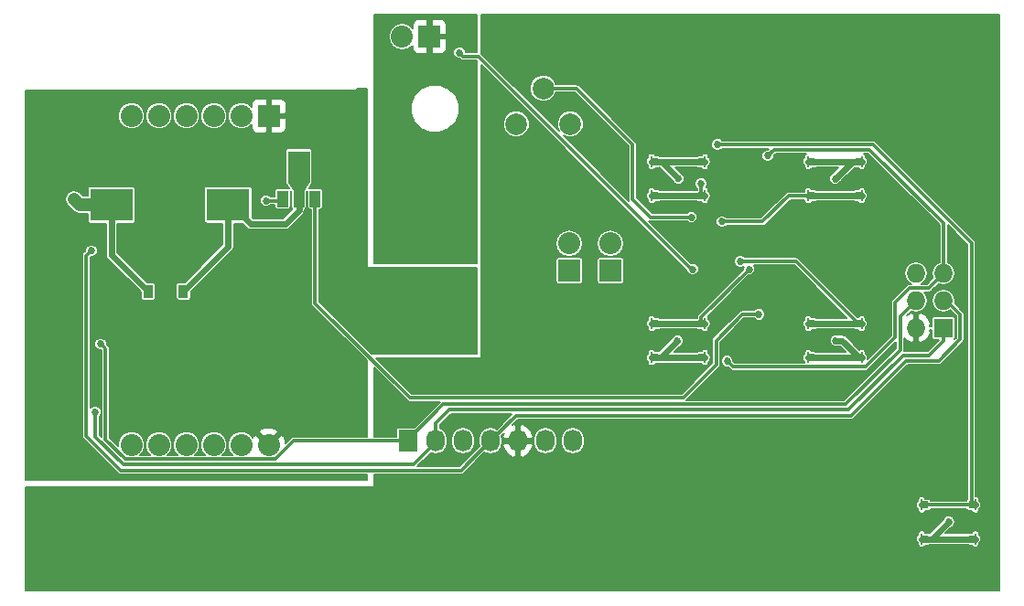
<source format=gbl>
G04 #@! TF.FileFunction,Copper,L2,Bot,Signal*
%FSLAX46Y46*%
G04 Gerber Fmt 4.6, Leading zero omitted, Abs format (unit mm)*
G04 Created by KiCad (PCBNEW 4.0.0-2.201512072331+6194~38~ubuntu14.04.1-stable) date Sun 31 Jul 2016 10:05:07 AM CEST*
%MOMM*%
G01*
G04 APERTURE LIST*
%ADD10C,0.100000*%
%ADD11R,1.727200X1.727200*%
%ADD12O,1.727200X1.727200*%
%ADD13R,2.032000X2.032000*%
%ADD14O,2.032000X2.032000*%
%ADD15R,0.500000X0.700000*%
%ADD16R,0.200000X1.100000*%
%ADD17C,2.000000*%
%ADD18C,2.032000*%
%ADD19R,1.000760X1.501140*%
%ADD20R,1.998980X2.999740*%
%ADD21R,4.000000X3.000000*%
%ADD22R,0.910000X1.220000*%
%ADD23R,1.727200X2.032000*%
%ADD24O,1.727200X2.032000*%
%ADD25C,0.685800*%
%ADD26C,0.304800*%
%ADD27C,0.609600*%
%ADD28C,0.254000*%
%ADD29C,1.219200*%
%ADD30C,0.152400*%
G04 APERTURE END LIST*
D10*
D11*
X196037200Y-94335600D03*
D12*
X193497200Y-94335600D03*
X196037200Y-91795600D03*
X193497200Y-91795600D03*
X196037200Y-89255600D03*
X193497200Y-89255600D03*
D13*
X148488400Y-67360800D03*
D14*
X145948400Y-67360800D03*
D15*
X169375000Y-82075000D03*
X173625000Y-82075000D03*
X169375000Y-78925000D03*
X173625000Y-78925000D03*
D16*
X173975000Y-82075000D03*
X169025000Y-82075000D03*
X169025000Y-78925000D03*
X173975000Y-78925000D03*
D15*
X183875000Y-82075000D03*
X188125000Y-82075000D03*
X183875000Y-78925000D03*
X188125000Y-78925000D03*
D16*
X188475000Y-82075000D03*
X183525000Y-82075000D03*
X183525000Y-78925000D03*
X188475000Y-78925000D03*
D15*
X173625000Y-93925000D03*
X169375000Y-93925000D03*
X173625000Y-97075000D03*
X169375000Y-97075000D03*
D16*
X169025000Y-93925000D03*
X173975000Y-93925000D03*
X173975000Y-97075000D03*
X169025000Y-97075000D03*
D15*
X188125000Y-93925000D03*
X183875000Y-93925000D03*
X188125000Y-97075000D03*
X183875000Y-97075000D03*
D16*
X183525000Y-93925000D03*
X188475000Y-93925000D03*
X188475000Y-97075000D03*
X183525000Y-97075000D03*
D15*
X198625000Y-110725000D03*
X194375000Y-110725000D03*
X198625000Y-113875000D03*
X194375000Y-113875000D03*
D16*
X194025000Y-110725000D03*
X198975000Y-110725000D03*
X198975000Y-113875000D03*
X194025000Y-113875000D03*
D13*
X165227000Y-89027000D03*
D14*
X165227000Y-86487000D03*
D17*
X159004000Y-72137000D03*
X156504000Y-75437000D03*
X161504000Y-75437000D03*
D18*
X120904000Y-74676000D03*
X123444000Y-74676000D03*
X125984000Y-74676000D03*
X128524000Y-74676000D03*
X131064000Y-74676000D03*
D13*
X133604000Y-74676000D03*
D18*
X133604000Y-105156000D03*
X131064000Y-105156000D03*
X128524000Y-105156000D03*
X125984000Y-105156000D03*
X123444000Y-105156000D03*
X120904000Y-105156000D03*
D19*
X137899140Y-82369660D03*
X136398000Y-82369660D03*
X134896860Y-82369660D03*
D20*
X136398000Y-79418180D03*
D10*
G36*
X135897620Y-81641950D02*
X135397240Y-80892650D01*
X137398760Y-80892650D01*
X136898380Y-81641950D01*
X135897620Y-81641950D01*
X135897620Y-81641950D01*
G37*
D21*
X119060000Y-82931000D03*
X129860000Y-82931000D03*
D22*
X122444000Y-90932000D03*
X125714000Y-90932000D03*
D23*
X146507200Y-104800400D03*
D24*
X149047200Y-104800400D03*
X151587200Y-104800400D03*
X154127200Y-104800400D03*
X156667200Y-104800400D03*
X159207200Y-104800400D03*
X161747200Y-104800400D03*
D13*
X161417000Y-89027000D03*
D14*
X161417000Y-86487000D03*
D25*
X150114000Y-84582000D03*
X144272000Y-86614000D03*
X146812000Y-77978000D03*
X133350000Y-82550000D03*
X186067720Y-95499737D03*
X171500800Y-80492600D03*
X196519800Y-112293400D03*
X186004200Y-80518000D03*
X171424600Y-95529400D03*
X144272000Y-94132400D03*
X121285000Y-93853000D03*
X121285000Y-101219000D03*
X121158000Y-78994000D03*
X121285000Y-86360000D03*
X133223000Y-101092000D03*
X133477000Y-93853000D03*
X133350000Y-86360000D03*
X133350000Y-79121000D03*
X149148800Y-94665800D03*
X172720000Y-84074000D03*
X178054000Y-88900000D03*
X175133000Y-77343000D03*
X173609000Y-80975200D03*
X175539400Y-84480400D03*
X177241200Y-88163400D03*
X172847000Y-88900000D03*
X151257000Y-68834000D03*
X118046520Y-95811994D03*
X117551200Y-102108000D03*
X117195600Y-87172800D03*
X145186400Y-100939600D03*
X154533600Y-102666800D03*
X147624800Y-99568000D03*
X115570000Y-82423000D03*
X156972000Y-67437000D03*
X176022000Y-78994000D03*
X172593000Y-87630000D03*
X175768000Y-87122000D03*
X115189000Y-112776000D03*
X156273500Y-80010000D03*
X187198000Y-88392000D03*
X176022807Y-97384407D03*
X179781200Y-78384400D03*
X178968400Y-93065600D03*
D26*
X134896860Y-82369660D02*
X134716520Y-82550000D01*
X134716520Y-82550000D02*
X133350000Y-82550000D01*
D27*
X183525000Y-97075000D02*
X183875000Y-97075000D01*
X188125000Y-97075000D02*
X188125000Y-96975000D01*
X188125000Y-96975000D02*
X186649737Y-95499737D01*
X186649737Y-95499737D02*
X186067720Y-95499737D01*
X173975000Y-78925000D02*
X173625000Y-78925000D01*
X169933200Y-78925000D02*
X171500800Y-80492600D01*
X169933200Y-78925000D02*
X169375000Y-78925000D01*
X169375000Y-78925000D02*
X173625000Y-78925000D01*
X169025000Y-78925000D02*
X169375000Y-78925000D01*
X198625000Y-113875000D02*
X198975000Y-113875000D01*
X194025000Y-113875000D02*
X194375000Y-113875000D01*
X188125000Y-97075000D02*
X188475000Y-97075000D01*
X169025000Y-97075000D02*
X169375000Y-97075000D01*
X173625000Y-97075000D02*
X173975000Y-97075000D01*
X188125000Y-78925000D02*
X188475000Y-78925000D01*
X183525000Y-78925000D02*
X183875000Y-78925000D01*
X194375000Y-113875000D02*
X194938200Y-113875000D01*
X194938200Y-113875000D02*
X196519800Y-112293400D01*
X188125000Y-97075000D02*
X183875000Y-97075000D01*
X188125000Y-78925000D02*
X187597200Y-78925000D01*
X187597200Y-78925000D02*
X186004200Y-80518000D01*
X169375000Y-97075000D02*
X169879000Y-97075000D01*
X169879000Y-97075000D02*
X171424600Y-95529400D01*
X198625000Y-113875000D02*
X194375000Y-113875000D01*
X183875000Y-78925000D02*
X188125000Y-78925000D01*
D28*
X171450000Y-97028000D02*
X171450000Y-97075000D01*
X171450000Y-97075000D02*
X171450000Y-97028000D01*
X171450000Y-97028000D02*
X171450000Y-97075000D01*
D27*
X169375000Y-97075000D02*
X171450000Y-97075000D01*
X171450000Y-97075000D02*
X173625000Y-97075000D01*
X149148800Y-94665800D02*
X149098000Y-94665800D01*
D26*
X159004000Y-72137000D02*
X162053000Y-72137000D01*
X168910000Y-84074000D02*
X172720000Y-84074000D01*
X167259000Y-82423000D02*
X168910000Y-84074000D01*
X167259000Y-77343000D02*
X167259000Y-82423000D01*
X162053000Y-72137000D02*
X167259000Y-77343000D01*
X173625000Y-93329000D02*
X173625000Y-93925000D01*
X178054000Y-88900000D02*
X173625000Y-93329000D01*
D27*
X173625000Y-93925000D02*
X173975000Y-93925000D01*
X169025000Y-93925000D02*
X169375000Y-93925000D01*
X169375000Y-93925000D02*
X172775000Y-93925000D01*
X172775000Y-93925000D02*
X173625000Y-93925000D01*
D26*
X198625000Y-86484000D02*
X198625000Y-110725000D01*
X189484000Y-77343000D02*
X198625000Y-86484000D01*
X175133000Y-77343000D02*
X189484000Y-77343000D01*
D27*
X198625000Y-110725000D02*
X198975000Y-110725000D01*
X194025000Y-110725000D02*
X194375000Y-110725000D01*
D26*
X194375000Y-110725000D02*
X198625000Y-110725000D01*
D27*
X169375000Y-82075000D02*
X173625000Y-82075000D01*
X169025000Y-82075000D02*
X169375000Y-82075000D01*
X173625000Y-82075000D02*
X173975000Y-82075000D01*
D26*
X173625000Y-82075000D02*
X173625000Y-80984600D01*
X173615600Y-80975200D02*
X173609000Y-80975200D01*
X173625000Y-80984600D02*
X173615600Y-80975200D01*
D27*
X188125000Y-82075000D02*
X188475000Y-82075000D01*
X183525000Y-82075000D02*
X183875000Y-82075000D01*
D26*
X183525000Y-82075000D02*
X181704000Y-82075000D01*
X179298600Y-84480400D02*
X175539400Y-84480400D01*
X181704000Y-82075000D02*
X179298600Y-84480400D01*
X183875000Y-82075000D02*
X183558200Y-82075000D01*
D27*
X183875000Y-82075000D02*
X188125000Y-82075000D01*
D26*
X177241200Y-88163400D02*
X182363400Y-88163400D01*
X182363400Y-88163400D02*
X188125000Y-93925000D01*
D27*
X188125000Y-93925000D02*
X188475000Y-93925000D01*
X183525000Y-93925000D02*
X183875000Y-93925000D01*
X183875000Y-93925000D02*
X188125000Y-93925000D01*
D26*
X152996899Y-69176899D02*
X172720000Y-88900000D01*
X172720000Y-88900000D02*
X172847000Y-88900000D01*
X151257000Y-68834000D02*
X151599899Y-69176899D01*
X151599899Y-69176899D02*
X152996899Y-69176899D01*
X146507200Y-104648000D02*
X146507200Y-104800400D01*
X186994800Y-101396800D02*
X149758400Y-101396800D01*
X192024011Y-96367589D02*
X186994800Y-101396800D01*
X192024011Y-93268789D02*
X192024011Y-96367589D01*
X193497200Y-91795600D02*
X192024011Y-93268789D01*
X149758400Y-101396800D02*
X146507200Y-104648000D01*
X146507200Y-104800400D02*
X135914386Y-104800400D01*
X126617985Y-106476801D02*
X125350015Y-106476801D01*
X126617997Y-106476789D02*
X126617985Y-106476801D01*
X122810003Y-106476789D02*
X121537997Y-106476789D01*
X118516411Y-104661818D02*
X118516411Y-96281885D01*
X121537985Y-106476801D02*
X120331394Y-106476801D01*
X124077985Y-106476801D02*
X122810015Y-106476801D01*
X134237985Y-106476801D02*
X132970015Y-106476801D01*
X132970003Y-106476789D02*
X131697997Y-106476789D01*
X124077997Y-106476789D02*
X124077985Y-106476801D01*
X118516411Y-96281885D02*
X118389419Y-96154893D01*
X125350003Y-106476789D02*
X124077997Y-106476789D01*
X127890003Y-106476789D02*
X126617997Y-106476789D01*
X120331394Y-106476801D02*
X118516411Y-104661818D01*
X130430003Y-106476789D02*
X129157997Y-106476789D01*
X127890015Y-106476801D02*
X127890003Y-106476789D01*
X125350015Y-106476801D02*
X125350003Y-106476789D01*
X131697997Y-106476789D02*
X131697985Y-106476801D01*
X129157985Y-106476801D02*
X127890015Y-106476801D01*
X135914386Y-104800400D02*
X134237985Y-106476801D01*
X132970015Y-106476801D02*
X132970003Y-106476789D01*
X118389419Y-96154893D02*
X118046520Y-95811994D01*
X130430015Y-106476801D02*
X130430003Y-106476789D01*
X121537997Y-106476789D02*
X121537985Y-106476801D01*
X131697985Y-106476801D02*
X130430015Y-106476801D01*
X129157997Y-106476789D02*
X129157985Y-106476801D01*
X122810015Y-106476801D02*
X122810003Y-106476789D01*
X196037200Y-94335600D02*
X196037200Y-95554800D01*
X196037200Y-95554800D02*
X194716400Y-96875600D01*
X194716400Y-96875600D02*
X192278000Y-96875600D01*
X192278000Y-96875600D02*
X187248800Y-101904800D01*
X187248800Y-101904800D02*
X150317200Y-101904800D01*
X150317200Y-101904800D02*
X149047200Y-103174800D01*
X149047200Y-103174800D02*
X149047200Y-104800400D01*
X147015200Y-106984800D02*
X149047200Y-104952800D01*
X149047200Y-104952800D02*
X149047200Y-104800400D01*
X120131421Y-106984800D02*
X147015200Y-106984800D01*
X117551200Y-104404579D02*
X120131421Y-106984800D01*
X117551200Y-102108000D02*
X117551200Y-104404579D01*
X149047200Y-104648000D02*
X149047200Y-104800400D01*
X196037200Y-91795600D02*
X196291200Y-91795600D01*
X196291200Y-91795600D02*
X197561200Y-93065600D01*
X197561200Y-93065600D02*
X197561200Y-95402400D01*
X197561200Y-95402400D02*
X195580000Y-97383600D01*
X195580000Y-97383600D02*
X192532000Y-97383600D01*
X192532000Y-97383600D02*
X187452000Y-102463600D01*
X187452000Y-102463600D02*
X156464000Y-102463600D01*
X156464000Y-102463600D02*
X154127200Y-104800400D01*
X117195600Y-87172800D02*
X116738400Y-87630000D01*
X116738400Y-87630000D02*
X116738400Y-104343200D01*
X116738400Y-104343200D02*
X119938800Y-107543600D01*
X119938800Y-107543600D02*
X151384000Y-107543600D01*
X151384000Y-107543600D02*
X154127200Y-104800400D01*
X154127200Y-104952800D02*
X154127200Y-104800400D01*
D27*
X119060000Y-82931000D02*
X119060000Y-87548000D01*
X119060000Y-87548000D02*
X122444000Y-90932000D01*
D29*
X119060000Y-82931000D02*
X116078000Y-82931000D01*
X116078000Y-82931000D02*
X115570000Y-82423000D01*
D26*
X188818841Y-97929801D02*
X176568201Y-97929801D01*
X194665601Y-90627199D02*
X192936367Y-90627199D01*
X192936367Y-90627199D02*
X191566800Y-91996766D01*
X176568201Y-97929801D02*
X176365706Y-97727306D01*
X196037200Y-89255600D02*
X194665601Y-90627199D01*
X176365706Y-97727306D02*
X176022807Y-97384407D01*
X191566800Y-91996766D02*
X191566800Y-95181842D01*
X191566800Y-95181842D02*
X188818841Y-97929801D01*
X179781200Y-78384400D02*
X180365398Y-77800202D01*
X180365398Y-77800202D02*
X189204602Y-77800202D01*
X189204602Y-77800202D02*
X196037200Y-84632800D01*
X196037200Y-84632800D02*
X196037200Y-89255600D01*
X137899140Y-82369660D02*
X137899140Y-92026740D01*
X137899140Y-92026740D02*
X146659600Y-100787200D01*
X146659600Y-100787200D02*
X171958000Y-100787200D01*
X171958000Y-100787200D02*
X175006000Y-97739200D01*
X175006000Y-97739200D02*
X175006000Y-95504000D01*
X175006000Y-95504000D02*
X177444400Y-93065600D01*
X177444400Y-93065600D02*
X178968400Y-93065600D01*
X137899140Y-82369660D02*
X137899140Y-82619850D01*
D29*
X129860000Y-82931000D02*
X129860000Y-82611000D01*
D27*
X129860000Y-82611000D02*
X131958000Y-84709000D01*
X131958000Y-84709000D02*
X135128000Y-84709000D01*
X135128000Y-84709000D02*
X136398000Y-83439000D01*
X136398000Y-83439000D02*
X136398000Y-82369660D01*
X125714000Y-90932000D02*
X129860000Y-86786000D01*
X129860000Y-86786000D02*
X129860000Y-82931000D01*
D26*
X136398000Y-81267300D02*
X136398000Y-82369660D01*
X136398000Y-79418180D02*
X136398000Y-81267300D01*
X135552180Y-80264000D02*
X136398000Y-79418180D01*
D30*
G36*
X201171400Y-118671400D02*
X111074200Y-118671400D01*
X111074200Y-113875000D01*
X193491600Y-113875000D01*
X193532203Y-114079123D01*
X193647829Y-114252171D01*
X193691922Y-114281633D01*
X193691922Y-114425000D01*
X193707862Y-114509714D01*
X193757928Y-114587518D01*
X193834320Y-114639715D01*
X193925000Y-114658078D01*
X194125000Y-114658078D01*
X194209714Y-114642138D01*
X194287518Y-114592072D01*
X194339715Y-114515680D01*
X194351380Y-114458078D01*
X194625000Y-114458078D01*
X194709714Y-114442138D01*
X194762144Y-114408400D01*
X198238489Y-114408400D01*
X198284320Y-114439715D01*
X198375000Y-114458078D01*
X198648146Y-114458078D01*
X198657862Y-114509714D01*
X198707928Y-114587518D01*
X198784320Y-114639715D01*
X198875000Y-114658078D01*
X199075000Y-114658078D01*
X199159714Y-114642138D01*
X199237518Y-114592072D01*
X199289715Y-114515680D01*
X199308078Y-114425000D01*
X199308078Y-114281633D01*
X199352171Y-114252171D01*
X199467797Y-114079123D01*
X199508400Y-113875000D01*
X199467797Y-113670877D01*
X199352171Y-113497829D01*
X199308078Y-113468367D01*
X199308078Y-113325000D01*
X199292138Y-113240286D01*
X199242072Y-113162482D01*
X199165680Y-113110285D01*
X199075000Y-113091922D01*
X198875000Y-113091922D01*
X198790286Y-113107862D01*
X198712482Y-113157928D01*
X198660285Y-113234320D01*
X198648620Y-113291922D01*
X198375000Y-113291922D01*
X198290286Y-113307862D01*
X198237856Y-113341600D01*
X196225942Y-113341600D01*
X196751525Y-112816017D01*
X196843106Y-112778176D01*
X197004011Y-112617551D01*
X197091200Y-112407577D01*
X197091399Y-112180220D01*
X197004576Y-111970094D01*
X196843951Y-111809189D01*
X196633977Y-111722000D01*
X196406620Y-111721801D01*
X196196494Y-111808624D01*
X196035589Y-111969249D01*
X195997230Y-112061628D01*
X194735221Y-113323637D01*
X194715680Y-113310285D01*
X194625000Y-113291922D01*
X194351854Y-113291922D01*
X194342138Y-113240286D01*
X194292072Y-113162482D01*
X194215680Y-113110285D01*
X194125000Y-113091922D01*
X193925000Y-113091922D01*
X193840286Y-113107862D01*
X193762482Y-113157928D01*
X193710285Y-113234320D01*
X193691922Y-113325000D01*
X193691922Y-113468367D01*
X193647829Y-113497829D01*
X193532203Y-113670877D01*
X193491600Y-113875000D01*
X111074200Y-113875000D01*
X111074200Y-112852377D01*
X111096664Y-112798278D01*
X111097212Y-112170272D01*
X111074200Y-112114579D01*
X111074200Y-109042200D01*
X143256000Y-109042200D01*
X143285646Y-109036197D01*
X143310621Y-109019132D01*
X143326989Y-108993695D01*
X143332200Y-108966000D01*
X143332200Y-107924600D01*
X151384000Y-107924600D01*
X151529803Y-107895598D01*
X151653408Y-107813008D01*
X153571921Y-105894495D01*
X153709233Y-105986244D01*
X154127200Y-106069383D01*
X154545167Y-105986244D01*
X154899502Y-105749485D01*
X155136261Y-105395150D01*
X155174257Y-105204129D01*
X155242738Y-105204129D01*
X155447348Y-105730116D01*
X155837670Y-106137763D01*
X156266818Y-106344137D01*
X156489400Y-106242350D01*
X156489400Y-104978200D01*
X156845000Y-104978200D01*
X156845000Y-106242350D01*
X157067582Y-106344137D01*
X157496730Y-106137763D01*
X157887052Y-105730116D01*
X158091662Y-105204129D01*
X157967391Y-104978200D01*
X156845000Y-104978200D01*
X156489400Y-104978200D01*
X155367009Y-104978200D01*
X155242738Y-105204129D01*
X155174257Y-105204129D01*
X155219400Y-104977183D01*
X155219400Y-104623617D01*
X158115000Y-104623617D01*
X158115000Y-104977183D01*
X158198139Y-105395150D01*
X158434898Y-105749485D01*
X158789233Y-105986244D01*
X159207200Y-106069383D01*
X159625167Y-105986244D01*
X159979502Y-105749485D01*
X160216261Y-105395150D01*
X160299400Y-104977183D01*
X160299400Y-104623617D01*
X160655000Y-104623617D01*
X160655000Y-104977183D01*
X160738139Y-105395150D01*
X160974898Y-105749485D01*
X161329233Y-105986244D01*
X161747200Y-106069383D01*
X162165167Y-105986244D01*
X162519502Y-105749485D01*
X162756261Y-105395150D01*
X162839400Y-104977183D01*
X162839400Y-104623617D01*
X162756261Y-104205650D01*
X162519502Y-103851315D01*
X162165167Y-103614556D01*
X161747200Y-103531417D01*
X161329233Y-103614556D01*
X160974898Y-103851315D01*
X160738139Y-104205650D01*
X160655000Y-104623617D01*
X160299400Y-104623617D01*
X160216261Y-104205650D01*
X159979502Y-103851315D01*
X159625167Y-103614556D01*
X159207200Y-103531417D01*
X158789233Y-103614556D01*
X158434898Y-103851315D01*
X158198139Y-104205650D01*
X158115000Y-104623617D01*
X155219400Y-104623617D01*
X155156918Y-104309498D01*
X155352877Y-104113539D01*
X155242738Y-104396671D01*
X155367009Y-104622600D01*
X156489400Y-104622600D01*
X156489400Y-103358450D01*
X156845000Y-103358450D01*
X156845000Y-104622600D01*
X157967391Y-104622600D01*
X158091662Y-104396671D01*
X157887052Y-103870684D01*
X157496730Y-103463037D01*
X157067582Y-103256663D01*
X156845000Y-103358450D01*
X156489400Y-103358450D01*
X156266818Y-103256663D01*
X156156889Y-103309527D01*
X156621816Y-102844600D01*
X187452000Y-102844600D01*
X187597803Y-102815598D01*
X187721408Y-102733008D01*
X192689816Y-97764600D01*
X195580000Y-97764600D01*
X195725803Y-97735598D01*
X195849408Y-97653008D01*
X197830608Y-95671808D01*
X197913198Y-95548203D01*
X197942201Y-95402400D01*
X197942200Y-95402395D01*
X197942200Y-93065600D01*
X197913198Y-92919798D01*
X197913198Y-92919797D01*
X197830608Y-92796192D01*
X197097576Y-92063160D01*
X197150797Y-91795600D01*
X197067658Y-91377633D01*
X196830899Y-91023298D01*
X196476564Y-90786539D01*
X196058597Y-90703400D01*
X196015803Y-90703400D01*
X195597836Y-90786539D01*
X195243501Y-91023298D01*
X195006742Y-91377633D01*
X194923603Y-91795600D01*
X195006742Y-92213567D01*
X195243501Y-92567902D01*
X195597836Y-92804661D01*
X196015803Y-92887800D01*
X196058597Y-92887800D01*
X196476564Y-92804661D01*
X196647338Y-92690554D01*
X197180200Y-93223416D01*
X197180200Y-95244584D01*
X197073686Y-95351098D01*
X197115515Y-95289880D01*
X197133878Y-95199200D01*
X197133878Y-93472000D01*
X197117938Y-93387286D01*
X197067872Y-93309482D01*
X196991480Y-93257285D01*
X196900800Y-93238922D01*
X195173600Y-93238922D01*
X195088886Y-93254862D01*
X195011082Y-93304928D01*
X194958885Y-93381320D01*
X194940522Y-93472000D01*
X194940522Y-94157798D01*
X194786751Y-94157798D01*
X194888537Y-93935218D01*
X194764148Y-93634881D01*
X194399554Y-93203380D01*
X193897585Y-92944249D01*
X193675000Y-93044795D01*
X193675000Y-94157800D01*
X193695000Y-94157800D01*
X193695000Y-94513400D01*
X193675000Y-94513400D01*
X193675000Y-95626405D01*
X193897585Y-95726951D01*
X194399554Y-95467820D01*
X194764148Y-95036319D01*
X194888537Y-94735982D01*
X194786751Y-94513402D01*
X194940522Y-94513402D01*
X194940522Y-95199200D01*
X194956462Y-95283914D01*
X195006528Y-95361718D01*
X195082920Y-95413915D01*
X195173600Y-95432278D01*
X195620907Y-95432278D01*
X194558584Y-96494600D01*
X192379747Y-96494600D01*
X192405011Y-96367589D01*
X192405011Y-95243148D01*
X192594846Y-95467820D01*
X193096815Y-95726951D01*
X193319400Y-95626405D01*
X193319400Y-94513400D01*
X193299400Y-94513400D01*
X193299400Y-94157800D01*
X193319400Y-94157800D01*
X193319400Y-93044795D01*
X193096815Y-92944249D01*
X192663866Y-93167750D01*
X193039324Y-92792292D01*
X193057836Y-92804661D01*
X193475803Y-92887800D01*
X193518597Y-92887800D01*
X193936564Y-92804661D01*
X194290899Y-92567902D01*
X194527658Y-92213567D01*
X194610797Y-91795600D01*
X194527658Y-91377633D01*
X194290899Y-91023298D01*
X194268302Y-91008199D01*
X194665601Y-91008199D01*
X194811404Y-90979197D01*
X194935009Y-90896607D01*
X195579324Y-90252292D01*
X195597836Y-90264661D01*
X196015803Y-90347800D01*
X196058597Y-90347800D01*
X196476564Y-90264661D01*
X196830899Y-90027902D01*
X197067658Y-89673567D01*
X197150797Y-89255600D01*
X197067658Y-88837633D01*
X196830899Y-88483298D01*
X196476564Y-88246539D01*
X196418200Y-88234930D01*
X196418200Y-84816016D01*
X198244000Y-86641816D01*
X198244000Y-110187647D01*
X198212482Y-110207928D01*
X198160285Y-110284320D01*
X198148200Y-110344000D01*
X194852245Y-110344000D01*
X194842138Y-110290286D01*
X194792072Y-110212482D01*
X194715680Y-110160285D01*
X194625000Y-110141922D01*
X194351854Y-110141922D01*
X194342138Y-110090286D01*
X194292072Y-110012482D01*
X194215680Y-109960285D01*
X194125000Y-109941922D01*
X193925000Y-109941922D01*
X193840286Y-109957862D01*
X193762482Y-110007928D01*
X193710285Y-110084320D01*
X193691922Y-110175000D01*
X193691922Y-110318367D01*
X193647829Y-110347829D01*
X193532203Y-110520877D01*
X193491600Y-110725000D01*
X193532203Y-110929123D01*
X193647829Y-111102171D01*
X193691922Y-111131633D01*
X193691922Y-111275000D01*
X193707862Y-111359714D01*
X193757928Y-111437518D01*
X193834320Y-111489715D01*
X193925000Y-111508078D01*
X194125000Y-111508078D01*
X194209714Y-111492138D01*
X194287518Y-111442072D01*
X194339715Y-111365680D01*
X194351380Y-111308078D01*
X194625000Y-111308078D01*
X194709714Y-111292138D01*
X194787518Y-111242072D01*
X194839715Y-111165680D01*
X194851800Y-111106000D01*
X198147755Y-111106000D01*
X198157862Y-111159714D01*
X198207928Y-111237518D01*
X198284320Y-111289715D01*
X198375000Y-111308078D01*
X198648146Y-111308078D01*
X198657862Y-111359714D01*
X198707928Y-111437518D01*
X198784320Y-111489715D01*
X198875000Y-111508078D01*
X199075000Y-111508078D01*
X199159714Y-111492138D01*
X199237518Y-111442072D01*
X199289715Y-111365680D01*
X199308078Y-111275000D01*
X199308078Y-111131633D01*
X199352171Y-111102171D01*
X199467797Y-110929123D01*
X199508400Y-110725000D01*
X199467797Y-110520877D01*
X199352171Y-110347829D01*
X199308078Y-110318367D01*
X199308078Y-110175000D01*
X199292138Y-110090286D01*
X199242072Y-110012482D01*
X199165680Y-109960285D01*
X199075000Y-109941922D01*
X199006000Y-109941922D01*
X199006000Y-86484000D01*
X198976998Y-86338198D01*
X198976998Y-86338197D01*
X198894408Y-86214592D01*
X189753408Y-77073592D01*
X189629803Y-76991002D01*
X189484000Y-76962000D01*
X175560182Y-76962000D01*
X175457151Y-76858789D01*
X175247177Y-76771600D01*
X175019820Y-76771401D01*
X174809694Y-76858224D01*
X174648789Y-77018849D01*
X174561600Y-77228823D01*
X174561401Y-77456180D01*
X174648224Y-77666306D01*
X174808849Y-77827211D01*
X175018823Y-77914400D01*
X175246180Y-77914599D01*
X175456306Y-77827776D01*
X175560263Y-77724000D01*
X179902785Y-77724000D01*
X179813856Y-77812929D01*
X179668020Y-77812801D01*
X179457894Y-77899624D01*
X179296989Y-78060249D01*
X179209800Y-78270223D01*
X179209601Y-78497580D01*
X179296424Y-78707706D01*
X179457049Y-78868611D01*
X179667023Y-78955800D01*
X179894380Y-78955999D01*
X180104506Y-78869176D01*
X180265411Y-78708551D01*
X180352600Y-78498577D01*
X180352729Y-78351687D01*
X180523213Y-78181202D01*
X183304015Y-78181202D01*
X183262482Y-78207928D01*
X183210285Y-78284320D01*
X183191922Y-78375000D01*
X183191922Y-78518367D01*
X183147829Y-78547829D01*
X183032203Y-78720877D01*
X182991600Y-78925000D01*
X183032203Y-79129123D01*
X183147829Y-79302171D01*
X183191922Y-79331633D01*
X183191922Y-79475000D01*
X183207862Y-79559714D01*
X183257928Y-79637518D01*
X183334320Y-79689715D01*
X183425000Y-79708078D01*
X183625000Y-79708078D01*
X183709714Y-79692138D01*
X183787518Y-79642072D01*
X183839715Y-79565680D01*
X183851380Y-79508078D01*
X184125000Y-79508078D01*
X184209714Y-79492138D01*
X184262144Y-79458400D01*
X186309458Y-79458400D01*
X185772475Y-79995383D01*
X185680894Y-80033224D01*
X185519989Y-80193849D01*
X185432800Y-80403823D01*
X185432601Y-80631180D01*
X185519424Y-80841306D01*
X185680049Y-81002211D01*
X185890023Y-81089400D01*
X186117380Y-81089599D01*
X186327506Y-81002776D01*
X186488411Y-80842151D01*
X186526770Y-80749772D01*
X187786405Y-79490137D01*
X187875000Y-79508078D01*
X188148146Y-79508078D01*
X188157862Y-79559714D01*
X188207928Y-79637518D01*
X188284320Y-79689715D01*
X188375000Y-79708078D01*
X188575000Y-79708078D01*
X188659714Y-79692138D01*
X188737518Y-79642072D01*
X188789715Y-79565680D01*
X188808078Y-79475000D01*
X188808078Y-79331633D01*
X188852171Y-79302171D01*
X188967797Y-79129123D01*
X189008400Y-78925000D01*
X188967797Y-78720877D01*
X188852171Y-78547829D01*
X188808078Y-78518367D01*
X188808078Y-78375000D01*
X188792138Y-78290286D01*
X188742072Y-78212482D01*
X188696293Y-78181202D01*
X189046786Y-78181202D01*
X195656200Y-84790616D01*
X195656200Y-88234930D01*
X195597836Y-88246539D01*
X195243501Y-88483298D01*
X195006742Y-88837633D01*
X194923603Y-89255600D01*
X195006742Y-89673567D01*
X195036252Y-89717732D01*
X194507785Y-90246199D01*
X193964194Y-90246199D01*
X194290899Y-90027902D01*
X194527658Y-89673567D01*
X194610797Y-89255600D01*
X194527658Y-88837633D01*
X194290899Y-88483298D01*
X193936564Y-88246539D01*
X193518597Y-88163400D01*
X193475803Y-88163400D01*
X193057836Y-88246539D01*
X192703501Y-88483298D01*
X192466742Y-88837633D01*
X192383603Y-89255600D01*
X192466742Y-89673567D01*
X192703501Y-90027902D01*
X193030206Y-90246199D01*
X192936367Y-90246199D01*
X192790564Y-90275201D01*
X192666959Y-90357791D01*
X191297392Y-91727358D01*
X191214802Y-91850963D01*
X191214802Y-91850964D01*
X191185800Y-91996766D01*
X191185800Y-95024026D01*
X188977008Y-97232818D01*
X189008400Y-97075000D01*
X188967797Y-96870877D01*
X188852171Y-96697829D01*
X188808078Y-96668367D01*
X188808078Y-96525000D01*
X188792138Y-96440286D01*
X188742072Y-96362482D01*
X188665680Y-96310285D01*
X188575000Y-96291922D01*
X188375000Y-96291922D01*
X188290286Y-96307862D01*
X188242776Y-96338434D01*
X187026908Y-95122566D01*
X186853860Y-95006940D01*
X186649737Y-94966337D01*
X186273411Y-94966337D01*
X186181897Y-94928337D01*
X185954540Y-94928138D01*
X185744414Y-95014961D01*
X185583509Y-95175586D01*
X185496320Y-95385560D01*
X185496121Y-95612917D01*
X185582944Y-95823043D01*
X185743569Y-95983948D01*
X185953543Y-96071137D01*
X186180900Y-96071336D01*
X186273348Y-96033137D01*
X186428795Y-96033137D01*
X186937258Y-96541600D01*
X184261511Y-96541600D01*
X184215680Y-96510285D01*
X184125000Y-96491922D01*
X183851854Y-96491922D01*
X183842138Y-96440286D01*
X183792072Y-96362482D01*
X183715680Y-96310285D01*
X183625000Y-96291922D01*
X183425000Y-96291922D01*
X183340286Y-96307862D01*
X183262482Y-96357928D01*
X183210285Y-96434320D01*
X183191922Y-96525000D01*
X183191922Y-96668367D01*
X183147829Y-96697829D01*
X183032203Y-96870877D01*
X182991600Y-97075000D01*
X183032203Y-97279123D01*
X183147829Y-97452171D01*
X183191922Y-97481633D01*
X183191922Y-97548801D01*
X176726017Y-97548801D01*
X176635114Y-97457898D01*
X176635111Y-97457896D01*
X176594278Y-97417063D01*
X176594406Y-97271227D01*
X176507583Y-97061101D01*
X176346958Y-96900196D01*
X176136984Y-96813007D01*
X175909627Y-96812808D01*
X175699501Y-96899631D01*
X175538596Y-97060256D01*
X175451407Y-97270230D01*
X175451208Y-97497587D01*
X175538031Y-97707713D01*
X175698656Y-97868618D01*
X175908630Y-97955807D01*
X176055520Y-97955936D01*
X176096296Y-97996711D01*
X176096298Y-97996714D01*
X176298793Y-98199209D01*
X176422398Y-98281799D01*
X176568201Y-98310801D01*
X188818841Y-98310801D01*
X188964644Y-98281799D01*
X189088249Y-98199209D01*
X191643011Y-95644447D01*
X191643011Y-96209774D01*
X186836984Y-101015800D01*
X172268216Y-101015800D01*
X175275408Y-98008608D01*
X175357998Y-97885003D01*
X175387000Y-97739200D01*
X175387000Y-95661816D01*
X177602215Y-93446600D01*
X178541218Y-93446600D01*
X178644249Y-93549811D01*
X178854223Y-93637000D01*
X179081580Y-93637199D01*
X179291706Y-93550376D01*
X179452611Y-93389751D01*
X179539800Y-93179777D01*
X179539999Y-92952420D01*
X179453176Y-92742294D01*
X179292551Y-92581389D01*
X179082577Y-92494200D01*
X178855220Y-92494001D01*
X178645094Y-92580824D01*
X178541137Y-92684600D01*
X177444400Y-92684600D01*
X177298597Y-92713602D01*
X177255657Y-92742294D01*
X177174992Y-92796192D01*
X177174990Y-92796195D01*
X174736592Y-95234592D01*
X174654002Y-95358197D01*
X174643897Y-95408998D01*
X174625000Y-95504000D01*
X174625000Y-97581384D01*
X171800184Y-100406200D01*
X146817415Y-100406200D01*
X143515415Y-97104200D01*
X153162000Y-97104200D01*
X153191646Y-97098197D01*
X153216621Y-97081132D01*
X153220566Y-97075000D01*
X168491600Y-97075000D01*
X168532203Y-97279123D01*
X168647829Y-97452171D01*
X168691922Y-97481633D01*
X168691922Y-97625000D01*
X168707862Y-97709714D01*
X168757928Y-97787518D01*
X168834320Y-97839715D01*
X168925000Y-97858078D01*
X169125000Y-97858078D01*
X169209714Y-97842138D01*
X169287518Y-97792072D01*
X169339715Y-97715680D01*
X169351380Y-97658078D01*
X169625000Y-97658078D01*
X169709714Y-97642138D01*
X169762144Y-97608400D01*
X173238489Y-97608400D01*
X173284320Y-97639715D01*
X173375000Y-97658078D01*
X173648146Y-97658078D01*
X173657862Y-97709714D01*
X173707928Y-97787518D01*
X173784320Y-97839715D01*
X173875000Y-97858078D01*
X174075000Y-97858078D01*
X174159714Y-97842138D01*
X174237518Y-97792072D01*
X174289715Y-97715680D01*
X174308078Y-97625000D01*
X174308078Y-97481633D01*
X174352171Y-97452171D01*
X174467797Y-97279123D01*
X174508400Y-97075000D01*
X174467797Y-96870877D01*
X174352171Y-96697829D01*
X174308078Y-96668367D01*
X174308078Y-96525000D01*
X174292138Y-96440286D01*
X174242072Y-96362482D01*
X174165680Y-96310285D01*
X174075000Y-96291922D01*
X173875000Y-96291922D01*
X173790286Y-96307862D01*
X173712482Y-96357928D01*
X173660285Y-96434320D01*
X173648620Y-96491922D01*
X173375000Y-96491922D01*
X173290286Y-96507862D01*
X173237856Y-96541600D01*
X171166741Y-96541600D01*
X171656324Y-96052017D01*
X171747906Y-96014176D01*
X171908811Y-95853551D01*
X171996000Y-95643577D01*
X171996199Y-95416220D01*
X171909376Y-95206094D01*
X171748751Y-95045189D01*
X171538777Y-94958000D01*
X171311420Y-94957801D01*
X171101294Y-95044624D01*
X170940389Y-95205249D01*
X170902029Y-95297630D01*
X169693803Y-96505855D01*
X169625000Y-96491922D01*
X169351854Y-96491922D01*
X169342138Y-96440286D01*
X169292072Y-96362482D01*
X169215680Y-96310285D01*
X169125000Y-96291922D01*
X168925000Y-96291922D01*
X168840286Y-96307862D01*
X168762482Y-96357928D01*
X168710285Y-96434320D01*
X168691922Y-96525000D01*
X168691922Y-96668367D01*
X168647829Y-96697829D01*
X168532203Y-96870877D01*
X168491600Y-97075000D01*
X153220566Y-97075000D01*
X153232989Y-97055695D01*
X153238200Y-97028000D01*
X153238200Y-93925000D01*
X168491600Y-93925000D01*
X168532203Y-94129123D01*
X168647829Y-94302171D01*
X168691922Y-94331633D01*
X168691922Y-94475000D01*
X168707862Y-94559714D01*
X168757928Y-94637518D01*
X168834320Y-94689715D01*
X168925000Y-94708078D01*
X169125000Y-94708078D01*
X169209714Y-94692138D01*
X169287518Y-94642072D01*
X169339715Y-94565680D01*
X169351380Y-94508078D01*
X169625000Y-94508078D01*
X169709714Y-94492138D01*
X169762144Y-94458400D01*
X173238489Y-94458400D01*
X173284320Y-94489715D01*
X173375000Y-94508078D01*
X173648146Y-94508078D01*
X173657862Y-94559714D01*
X173707928Y-94637518D01*
X173784320Y-94689715D01*
X173875000Y-94708078D01*
X174075000Y-94708078D01*
X174159714Y-94692138D01*
X174237518Y-94642072D01*
X174289715Y-94565680D01*
X174308078Y-94475000D01*
X174308078Y-94331633D01*
X174352171Y-94302171D01*
X174467797Y-94129123D01*
X174508400Y-93925000D01*
X174467797Y-93720877D01*
X174352171Y-93547829D01*
X174308078Y-93518367D01*
X174308078Y-93375000D01*
X174292138Y-93290286D01*
X174257053Y-93235763D01*
X178021345Y-89471471D01*
X178167180Y-89471599D01*
X178377306Y-89384776D01*
X178538211Y-89224151D01*
X178625400Y-89014177D01*
X178625599Y-88786820D01*
X178538776Y-88576694D01*
X178506538Y-88544400D01*
X182205584Y-88544400D01*
X187052784Y-93391600D01*
X184261511Y-93391600D01*
X184215680Y-93360285D01*
X184125000Y-93341922D01*
X183851854Y-93341922D01*
X183842138Y-93290286D01*
X183792072Y-93212482D01*
X183715680Y-93160285D01*
X183625000Y-93141922D01*
X183425000Y-93141922D01*
X183340286Y-93157862D01*
X183262482Y-93207928D01*
X183210285Y-93284320D01*
X183191922Y-93375000D01*
X183191922Y-93518367D01*
X183147829Y-93547829D01*
X183032203Y-93720877D01*
X182991600Y-93925000D01*
X183032203Y-94129123D01*
X183147829Y-94302171D01*
X183191922Y-94331633D01*
X183191922Y-94475000D01*
X183207862Y-94559714D01*
X183257928Y-94637518D01*
X183334320Y-94689715D01*
X183425000Y-94708078D01*
X183625000Y-94708078D01*
X183709714Y-94692138D01*
X183787518Y-94642072D01*
X183839715Y-94565680D01*
X183851380Y-94508078D01*
X184125000Y-94508078D01*
X184209714Y-94492138D01*
X184262144Y-94458400D01*
X187738489Y-94458400D01*
X187784320Y-94489715D01*
X187875000Y-94508078D01*
X188148146Y-94508078D01*
X188157862Y-94559714D01*
X188207928Y-94637518D01*
X188284320Y-94689715D01*
X188375000Y-94708078D01*
X188575000Y-94708078D01*
X188659714Y-94692138D01*
X188737518Y-94642072D01*
X188789715Y-94565680D01*
X188808078Y-94475000D01*
X188808078Y-94331633D01*
X188852171Y-94302171D01*
X188967797Y-94129123D01*
X189008400Y-93925000D01*
X188967797Y-93720877D01*
X188852171Y-93547829D01*
X188808078Y-93518367D01*
X188808078Y-93375000D01*
X188792138Y-93290286D01*
X188742072Y-93212482D01*
X188665680Y-93160285D01*
X188575000Y-93141922D01*
X188375000Y-93141922D01*
X188290286Y-93157862D01*
X188212482Y-93207928D01*
X188160285Y-93284320D01*
X188148620Y-93341922D01*
X188080738Y-93341922D01*
X182632808Y-87893992D01*
X182509203Y-87811402D01*
X182363400Y-87782400D01*
X177668382Y-87782400D01*
X177565351Y-87679189D01*
X177355377Y-87592000D01*
X177128020Y-87591801D01*
X176917894Y-87678624D01*
X176756989Y-87839249D01*
X176669800Y-88049223D01*
X176669601Y-88276580D01*
X176756424Y-88486706D01*
X176917049Y-88647611D01*
X177127023Y-88734800D01*
X177354380Y-88734999D01*
X177534630Y-88660521D01*
X177482600Y-88785823D01*
X177482471Y-88932713D01*
X173355592Y-93059592D01*
X173273002Y-93183197D01*
X173252887Y-93284320D01*
X173244000Y-93329000D01*
X173244000Y-93387647D01*
X173237856Y-93391600D01*
X169761511Y-93391600D01*
X169715680Y-93360285D01*
X169625000Y-93341922D01*
X169351854Y-93341922D01*
X169342138Y-93290286D01*
X169292072Y-93212482D01*
X169215680Y-93160285D01*
X169125000Y-93141922D01*
X168925000Y-93141922D01*
X168840286Y-93157862D01*
X168762482Y-93207928D01*
X168710285Y-93284320D01*
X168691922Y-93375000D01*
X168691922Y-93518367D01*
X168647829Y-93547829D01*
X168532203Y-93720877D01*
X168491600Y-93925000D01*
X153238200Y-93925000D01*
X153238200Y-88011000D01*
X160167922Y-88011000D01*
X160167922Y-90043000D01*
X160183862Y-90127714D01*
X160233928Y-90205518D01*
X160310320Y-90257715D01*
X160401000Y-90276078D01*
X162433000Y-90276078D01*
X162517714Y-90260138D01*
X162595518Y-90210072D01*
X162647715Y-90133680D01*
X162666078Y-90043000D01*
X162666078Y-88011000D01*
X163977922Y-88011000D01*
X163977922Y-90043000D01*
X163993862Y-90127714D01*
X164043928Y-90205518D01*
X164120320Y-90257715D01*
X164211000Y-90276078D01*
X166243000Y-90276078D01*
X166327714Y-90260138D01*
X166405518Y-90210072D01*
X166457715Y-90133680D01*
X166476078Y-90043000D01*
X166476078Y-88011000D01*
X166460138Y-87926286D01*
X166410072Y-87848482D01*
X166333680Y-87796285D01*
X166243000Y-87777922D01*
X164211000Y-87777922D01*
X164126286Y-87793862D01*
X164048482Y-87843928D01*
X163996285Y-87920320D01*
X163977922Y-88011000D01*
X162666078Y-88011000D01*
X162650138Y-87926286D01*
X162600072Y-87848482D01*
X162523680Y-87796285D01*
X162433000Y-87777922D01*
X160401000Y-87777922D01*
X160316286Y-87793862D01*
X160238482Y-87843928D01*
X160186285Y-87920320D01*
X160167922Y-88011000D01*
X153238200Y-88011000D01*
X153238200Y-86487000D01*
X160148017Y-86487000D01*
X160242757Y-86963288D01*
X160512552Y-87367065D01*
X160916329Y-87636860D01*
X161392617Y-87731600D01*
X161441383Y-87731600D01*
X161917671Y-87636860D01*
X162321448Y-87367065D01*
X162591243Y-86963288D01*
X162685983Y-86487000D01*
X163958017Y-86487000D01*
X164052757Y-86963288D01*
X164322552Y-87367065D01*
X164726329Y-87636860D01*
X165202617Y-87731600D01*
X165251383Y-87731600D01*
X165727671Y-87636860D01*
X166131448Y-87367065D01*
X166401243Y-86963288D01*
X166495983Y-86487000D01*
X166401243Y-86010712D01*
X166131448Y-85606935D01*
X165727671Y-85337140D01*
X165251383Y-85242400D01*
X165202617Y-85242400D01*
X164726329Y-85337140D01*
X164322552Y-85606935D01*
X164052757Y-86010712D01*
X163958017Y-86487000D01*
X162685983Y-86487000D01*
X162591243Y-86010712D01*
X162321448Y-85606935D01*
X161917671Y-85337140D01*
X161441383Y-85242400D01*
X161392617Y-85242400D01*
X160916329Y-85337140D01*
X160512552Y-85606935D01*
X160242757Y-86010712D01*
X160148017Y-86487000D01*
X153238200Y-86487000D01*
X153238200Y-75680312D01*
X155275187Y-75680312D01*
X155461836Y-76132037D01*
X155807145Y-76477949D01*
X156258544Y-76665387D01*
X156747312Y-76665813D01*
X157199037Y-76479164D01*
X157544949Y-76133855D01*
X157732387Y-75682456D01*
X157732813Y-75193688D01*
X157546164Y-74741963D01*
X157200855Y-74396051D01*
X156749456Y-74208613D01*
X156260688Y-74208187D01*
X155808963Y-74394836D01*
X155463051Y-74740145D01*
X155275613Y-75191544D01*
X155275187Y-75680312D01*
X153238200Y-75680312D01*
X153238200Y-69957016D01*
X172275418Y-88994234D01*
X172275401Y-89013180D01*
X172362224Y-89223306D01*
X172522849Y-89384211D01*
X172732823Y-89471400D01*
X172960180Y-89471599D01*
X173170306Y-89384776D01*
X173331211Y-89224151D01*
X173418400Y-89014177D01*
X173418599Y-88786820D01*
X173331776Y-88576694D01*
X173171151Y-88415789D01*
X172961177Y-88328600D01*
X172733820Y-88328401D01*
X172700843Y-88342027D01*
X168789933Y-84431117D01*
X168910000Y-84455001D01*
X168910005Y-84455000D01*
X172292818Y-84455000D01*
X172395849Y-84558211D01*
X172605823Y-84645400D01*
X172833180Y-84645599D01*
X172959074Y-84593580D01*
X174967801Y-84593580D01*
X175054624Y-84803706D01*
X175215249Y-84964611D01*
X175425223Y-85051800D01*
X175652580Y-85051999D01*
X175862706Y-84965176D01*
X175966663Y-84861400D01*
X179298600Y-84861400D01*
X179444403Y-84832398D01*
X179568008Y-84749808D01*
X181861815Y-82456000D01*
X183153560Y-82456000D01*
X183191922Y-82481633D01*
X183191922Y-82625000D01*
X183207862Y-82709714D01*
X183257928Y-82787518D01*
X183334320Y-82839715D01*
X183425000Y-82858078D01*
X183625000Y-82858078D01*
X183709714Y-82842138D01*
X183787518Y-82792072D01*
X183839715Y-82715680D01*
X183851380Y-82658078D01*
X184125000Y-82658078D01*
X184209714Y-82642138D01*
X184262144Y-82608400D01*
X187738489Y-82608400D01*
X187784320Y-82639715D01*
X187875000Y-82658078D01*
X188148146Y-82658078D01*
X188157862Y-82709714D01*
X188207928Y-82787518D01*
X188284320Y-82839715D01*
X188375000Y-82858078D01*
X188575000Y-82858078D01*
X188659714Y-82842138D01*
X188737518Y-82792072D01*
X188789715Y-82715680D01*
X188808078Y-82625000D01*
X188808078Y-82481633D01*
X188852171Y-82452171D01*
X188967797Y-82279123D01*
X189008400Y-82075000D01*
X188967797Y-81870877D01*
X188852171Y-81697829D01*
X188808078Y-81668367D01*
X188808078Y-81525000D01*
X188792138Y-81440286D01*
X188742072Y-81362482D01*
X188665680Y-81310285D01*
X188575000Y-81291922D01*
X188375000Y-81291922D01*
X188290286Y-81307862D01*
X188212482Y-81357928D01*
X188160285Y-81434320D01*
X188148620Y-81491922D01*
X187875000Y-81491922D01*
X187790286Y-81507862D01*
X187737856Y-81541600D01*
X184261511Y-81541600D01*
X184215680Y-81510285D01*
X184125000Y-81491922D01*
X183851854Y-81491922D01*
X183842138Y-81440286D01*
X183792072Y-81362482D01*
X183715680Y-81310285D01*
X183625000Y-81291922D01*
X183425000Y-81291922D01*
X183340286Y-81307862D01*
X183262482Y-81357928D01*
X183210285Y-81434320D01*
X183191922Y-81525000D01*
X183191922Y-81668367D01*
X183153560Y-81694000D01*
X181704000Y-81694000D01*
X181558197Y-81723002D01*
X181508688Y-81756083D01*
X181434592Y-81805592D01*
X181434590Y-81805595D01*
X179140784Y-84099400D01*
X175966582Y-84099400D01*
X175863551Y-83996189D01*
X175653577Y-83909000D01*
X175426220Y-83908801D01*
X175216094Y-83995624D01*
X175055189Y-84156249D01*
X174968000Y-84366223D01*
X174967801Y-84593580D01*
X172959074Y-84593580D01*
X173043306Y-84558776D01*
X173204211Y-84398151D01*
X173291400Y-84188177D01*
X173291599Y-83960820D01*
X173204776Y-83750694D01*
X173044151Y-83589789D01*
X172834177Y-83502600D01*
X172606820Y-83502401D01*
X172396694Y-83589224D01*
X172292737Y-83693000D01*
X169067815Y-83693000D01*
X167640000Y-82265184D01*
X167640000Y-82075000D01*
X168491600Y-82075000D01*
X168532203Y-82279123D01*
X168647829Y-82452171D01*
X168691922Y-82481633D01*
X168691922Y-82625000D01*
X168707862Y-82709714D01*
X168757928Y-82787518D01*
X168834320Y-82839715D01*
X168925000Y-82858078D01*
X169125000Y-82858078D01*
X169209714Y-82842138D01*
X169287518Y-82792072D01*
X169339715Y-82715680D01*
X169351380Y-82658078D01*
X169625000Y-82658078D01*
X169709714Y-82642138D01*
X169762144Y-82608400D01*
X173238489Y-82608400D01*
X173284320Y-82639715D01*
X173375000Y-82658078D01*
X173648146Y-82658078D01*
X173657862Y-82709714D01*
X173707928Y-82787518D01*
X173784320Y-82839715D01*
X173875000Y-82858078D01*
X174075000Y-82858078D01*
X174159714Y-82842138D01*
X174237518Y-82792072D01*
X174289715Y-82715680D01*
X174308078Y-82625000D01*
X174308078Y-82481633D01*
X174352171Y-82452171D01*
X174467797Y-82279123D01*
X174508400Y-82075000D01*
X174467797Y-81870877D01*
X174352171Y-81697829D01*
X174308078Y-81668367D01*
X174308078Y-81525000D01*
X174292138Y-81440286D01*
X174242072Y-81362482D01*
X174165680Y-81310285D01*
X174094644Y-81295900D01*
X174180400Y-81089377D01*
X174180599Y-80862020D01*
X174093776Y-80651894D01*
X173933151Y-80490989D01*
X173723177Y-80403800D01*
X173495820Y-80403601D01*
X173285694Y-80490424D01*
X173124789Y-80651049D01*
X173037600Y-80861023D01*
X173037401Y-81088380D01*
X173124224Y-81298506D01*
X173244000Y-81418491D01*
X173244000Y-81537647D01*
X173237856Y-81541600D01*
X169761511Y-81541600D01*
X169715680Y-81510285D01*
X169625000Y-81491922D01*
X169351854Y-81491922D01*
X169342138Y-81440286D01*
X169292072Y-81362482D01*
X169215680Y-81310285D01*
X169125000Y-81291922D01*
X168925000Y-81291922D01*
X168840286Y-81307862D01*
X168762482Y-81357928D01*
X168710285Y-81434320D01*
X168691922Y-81525000D01*
X168691922Y-81668367D01*
X168647829Y-81697829D01*
X168532203Y-81870877D01*
X168491600Y-82075000D01*
X167640000Y-82075000D01*
X167640000Y-78925000D01*
X168491600Y-78925000D01*
X168532203Y-79129123D01*
X168647829Y-79302171D01*
X168691922Y-79331633D01*
X168691922Y-79475000D01*
X168707862Y-79559714D01*
X168757928Y-79637518D01*
X168834320Y-79689715D01*
X168925000Y-79708078D01*
X169125000Y-79708078D01*
X169209714Y-79692138D01*
X169287518Y-79642072D01*
X169339715Y-79565680D01*
X169351380Y-79508078D01*
X169625000Y-79508078D01*
X169709714Y-79492138D01*
X169731790Y-79477932D01*
X170978183Y-80724325D01*
X171016024Y-80815906D01*
X171176649Y-80976811D01*
X171386623Y-81064000D01*
X171613980Y-81064199D01*
X171824106Y-80977376D01*
X171985011Y-80816751D01*
X172072200Y-80606777D01*
X172072399Y-80379420D01*
X171985576Y-80169294D01*
X171824951Y-80008389D01*
X171732572Y-79970030D01*
X171220942Y-79458400D01*
X173238489Y-79458400D01*
X173284320Y-79489715D01*
X173375000Y-79508078D01*
X173648146Y-79508078D01*
X173657862Y-79559714D01*
X173707928Y-79637518D01*
X173784320Y-79689715D01*
X173875000Y-79708078D01*
X174075000Y-79708078D01*
X174159714Y-79692138D01*
X174237518Y-79642072D01*
X174289715Y-79565680D01*
X174308078Y-79475000D01*
X174308078Y-79331633D01*
X174352171Y-79302171D01*
X174467797Y-79129123D01*
X174508400Y-78925000D01*
X174467797Y-78720877D01*
X174352171Y-78547829D01*
X174308078Y-78518367D01*
X174308078Y-78375000D01*
X174292138Y-78290286D01*
X174242072Y-78212482D01*
X174165680Y-78160285D01*
X174075000Y-78141922D01*
X173875000Y-78141922D01*
X173790286Y-78157862D01*
X173712482Y-78207928D01*
X173660285Y-78284320D01*
X173648620Y-78341922D01*
X173375000Y-78341922D01*
X173290286Y-78357862D01*
X173237856Y-78391600D01*
X169761511Y-78391600D01*
X169715680Y-78360285D01*
X169625000Y-78341922D01*
X169351854Y-78341922D01*
X169342138Y-78290286D01*
X169292072Y-78212482D01*
X169215680Y-78160285D01*
X169125000Y-78141922D01*
X168925000Y-78141922D01*
X168840286Y-78157862D01*
X168762482Y-78207928D01*
X168710285Y-78284320D01*
X168691922Y-78375000D01*
X168691922Y-78518367D01*
X168647829Y-78547829D01*
X168532203Y-78720877D01*
X168491600Y-78925000D01*
X167640000Y-78925000D01*
X167640000Y-77343005D01*
X167640001Y-77343000D01*
X167610998Y-77197198D01*
X167528408Y-77073592D01*
X162322408Y-71867592D01*
X162198803Y-71785002D01*
X162053000Y-71756000D01*
X160175921Y-71756000D01*
X160046164Y-71441963D01*
X159700855Y-71096051D01*
X159249456Y-70908613D01*
X158760688Y-70908187D01*
X158308963Y-71094836D01*
X157963051Y-71440145D01*
X157775613Y-71891544D01*
X157775187Y-72380312D01*
X157961836Y-72832037D01*
X158307145Y-73177949D01*
X158758544Y-73365387D01*
X159247312Y-73365813D01*
X159699037Y-73179164D01*
X160044949Y-72833855D01*
X160176104Y-72518000D01*
X161895184Y-72518000D01*
X166878000Y-77500816D01*
X166878000Y-82423000D01*
X166901883Y-82543067D01*
X160857798Y-76498982D01*
X161258544Y-76665387D01*
X161747312Y-76665813D01*
X162199037Y-76479164D01*
X162544949Y-76133855D01*
X162732387Y-75682456D01*
X162732813Y-75193688D01*
X162546164Y-74741963D01*
X162200855Y-74396051D01*
X161749456Y-74208613D01*
X161260688Y-74208187D01*
X160808963Y-74394836D01*
X160463051Y-74740145D01*
X160275613Y-75191544D01*
X160275187Y-75680312D01*
X160441404Y-76082588D01*
X153266307Y-68907491D01*
X153238200Y-68888711D01*
X153238200Y-65328600D01*
X201171400Y-65328600D01*
X201171400Y-118671400D01*
X201171400Y-118671400D01*
G37*
X201171400Y-118671400D02*
X111074200Y-118671400D01*
X111074200Y-113875000D01*
X193491600Y-113875000D01*
X193532203Y-114079123D01*
X193647829Y-114252171D01*
X193691922Y-114281633D01*
X193691922Y-114425000D01*
X193707862Y-114509714D01*
X193757928Y-114587518D01*
X193834320Y-114639715D01*
X193925000Y-114658078D01*
X194125000Y-114658078D01*
X194209714Y-114642138D01*
X194287518Y-114592072D01*
X194339715Y-114515680D01*
X194351380Y-114458078D01*
X194625000Y-114458078D01*
X194709714Y-114442138D01*
X194762144Y-114408400D01*
X198238489Y-114408400D01*
X198284320Y-114439715D01*
X198375000Y-114458078D01*
X198648146Y-114458078D01*
X198657862Y-114509714D01*
X198707928Y-114587518D01*
X198784320Y-114639715D01*
X198875000Y-114658078D01*
X199075000Y-114658078D01*
X199159714Y-114642138D01*
X199237518Y-114592072D01*
X199289715Y-114515680D01*
X199308078Y-114425000D01*
X199308078Y-114281633D01*
X199352171Y-114252171D01*
X199467797Y-114079123D01*
X199508400Y-113875000D01*
X199467797Y-113670877D01*
X199352171Y-113497829D01*
X199308078Y-113468367D01*
X199308078Y-113325000D01*
X199292138Y-113240286D01*
X199242072Y-113162482D01*
X199165680Y-113110285D01*
X199075000Y-113091922D01*
X198875000Y-113091922D01*
X198790286Y-113107862D01*
X198712482Y-113157928D01*
X198660285Y-113234320D01*
X198648620Y-113291922D01*
X198375000Y-113291922D01*
X198290286Y-113307862D01*
X198237856Y-113341600D01*
X196225942Y-113341600D01*
X196751525Y-112816017D01*
X196843106Y-112778176D01*
X197004011Y-112617551D01*
X197091200Y-112407577D01*
X197091399Y-112180220D01*
X197004576Y-111970094D01*
X196843951Y-111809189D01*
X196633977Y-111722000D01*
X196406620Y-111721801D01*
X196196494Y-111808624D01*
X196035589Y-111969249D01*
X195997230Y-112061628D01*
X194735221Y-113323637D01*
X194715680Y-113310285D01*
X194625000Y-113291922D01*
X194351854Y-113291922D01*
X194342138Y-113240286D01*
X194292072Y-113162482D01*
X194215680Y-113110285D01*
X194125000Y-113091922D01*
X193925000Y-113091922D01*
X193840286Y-113107862D01*
X193762482Y-113157928D01*
X193710285Y-113234320D01*
X193691922Y-113325000D01*
X193691922Y-113468367D01*
X193647829Y-113497829D01*
X193532203Y-113670877D01*
X193491600Y-113875000D01*
X111074200Y-113875000D01*
X111074200Y-112852377D01*
X111096664Y-112798278D01*
X111097212Y-112170272D01*
X111074200Y-112114579D01*
X111074200Y-109042200D01*
X143256000Y-109042200D01*
X143285646Y-109036197D01*
X143310621Y-109019132D01*
X143326989Y-108993695D01*
X143332200Y-108966000D01*
X143332200Y-107924600D01*
X151384000Y-107924600D01*
X151529803Y-107895598D01*
X151653408Y-107813008D01*
X153571921Y-105894495D01*
X153709233Y-105986244D01*
X154127200Y-106069383D01*
X154545167Y-105986244D01*
X154899502Y-105749485D01*
X155136261Y-105395150D01*
X155174257Y-105204129D01*
X155242738Y-105204129D01*
X155447348Y-105730116D01*
X155837670Y-106137763D01*
X156266818Y-106344137D01*
X156489400Y-106242350D01*
X156489400Y-104978200D01*
X156845000Y-104978200D01*
X156845000Y-106242350D01*
X157067582Y-106344137D01*
X157496730Y-106137763D01*
X157887052Y-105730116D01*
X158091662Y-105204129D01*
X157967391Y-104978200D01*
X156845000Y-104978200D01*
X156489400Y-104978200D01*
X155367009Y-104978200D01*
X155242738Y-105204129D01*
X155174257Y-105204129D01*
X155219400Y-104977183D01*
X155219400Y-104623617D01*
X158115000Y-104623617D01*
X158115000Y-104977183D01*
X158198139Y-105395150D01*
X158434898Y-105749485D01*
X158789233Y-105986244D01*
X159207200Y-106069383D01*
X159625167Y-105986244D01*
X159979502Y-105749485D01*
X160216261Y-105395150D01*
X160299400Y-104977183D01*
X160299400Y-104623617D01*
X160655000Y-104623617D01*
X160655000Y-104977183D01*
X160738139Y-105395150D01*
X160974898Y-105749485D01*
X161329233Y-105986244D01*
X161747200Y-106069383D01*
X162165167Y-105986244D01*
X162519502Y-105749485D01*
X162756261Y-105395150D01*
X162839400Y-104977183D01*
X162839400Y-104623617D01*
X162756261Y-104205650D01*
X162519502Y-103851315D01*
X162165167Y-103614556D01*
X161747200Y-103531417D01*
X161329233Y-103614556D01*
X160974898Y-103851315D01*
X160738139Y-104205650D01*
X160655000Y-104623617D01*
X160299400Y-104623617D01*
X160216261Y-104205650D01*
X159979502Y-103851315D01*
X159625167Y-103614556D01*
X159207200Y-103531417D01*
X158789233Y-103614556D01*
X158434898Y-103851315D01*
X158198139Y-104205650D01*
X158115000Y-104623617D01*
X155219400Y-104623617D01*
X155156918Y-104309498D01*
X155352877Y-104113539D01*
X155242738Y-104396671D01*
X155367009Y-104622600D01*
X156489400Y-104622600D01*
X156489400Y-103358450D01*
X156845000Y-103358450D01*
X156845000Y-104622600D01*
X157967391Y-104622600D01*
X158091662Y-104396671D01*
X157887052Y-103870684D01*
X157496730Y-103463037D01*
X157067582Y-103256663D01*
X156845000Y-103358450D01*
X156489400Y-103358450D01*
X156266818Y-103256663D01*
X156156889Y-103309527D01*
X156621816Y-102844600D01*
X187452000Y-102844600D01*
X187597803Y-102815598D01*
X187721408Y-102733008D01*
X192689816Y-97764600D01*
X195580000Y-97764600D01*
X195725803Y-97735598D01*
X195849408Y-97653008D01*
X197830608Y-95671808D01*
X197913198Y-95548203D01*
X197942201Y-95402400D01*
X197942200Y-95402395D01*
X197942200Y-93065600D01*
X197913198Y-92919798D01*
X197913198Y-92919797D01*
X197830608Y-92796192D01*
X197097576Y-92063160D01*
X197150797Y-91795600D01*
X197067658Y-91377633D01*
X196830899Y-91023298D01*
X196476564Y-90786539D01*
X196058597Y-90703400D01*
X196015803Y-90703400D01*
X195597836Y-90786539D01*
X195243501Y-91023298D01*
X195006742Y-91377633D01*
X194923603Y-91795600D01*
X195006742Y-92213567D01*
X195243501Y-92567902D01*
X195597836Y-92804661D01*
X196015803Y-92887800D01*
X196058597Y-92887800D01*
X196476564Y-92804661D01*
X196647338Y-92690554D01*
X197180200Y-93223416D01*
X197180200Y-95244584D01*
X197073686Y-95351098D01*
X197115515Y-95289880D01*
X197133878Y-95199200D01*
X197133878Y-93472000D01*
X197117938Y-93387286D01*
X197067872Y-93309482D01*
X196991480Y-93257285D01*
X196900800Y-93238922D01*
X195173600Y-93238922D01*
X195088886Y-93254862D01*
X195011082Y-93304928D01*
X194958885Y-93381320D01*
X194940522Y-93472000D01*
X194940522Y-94157798D01*
X194786751Y-94157798D01*
X194888537Y-93935218D01*
X194764148Y-93634881D01*
X194399554Y-93203380D01*
X193897585Y-92944249D01*
X193675000Y-93044795D01*
X193675000Y-94157800D01*
X193695000Y-94157800D01*
X193695000Y-94513400D01*
X193675000Y-94513400D01*
X193675000Y-95626405D01*
X193897585Y-95726951D01*
X194399554Y-95467820D01*
X194764148Y-95036319D01*
X194888537Y-94735982D01*
X194786751Y-94513402D01*
X194940522Y-94513402D01*
X194940522Y-95199200D01*
X194956462Y-95283914D01*
X195006528Y-95361718D01*
X195082920Y-95413915D01*
X195173600Y-95432278D01*
X195620907Y-95432278D01*
X194558584Y-96494600D01*
X192379747Y-96494600D01*
X192405011Y-96367589D01*
X192405011Y-95243148D01*
X192594846Y-95467820D01*
X193096815Y-95726951D01*
X193319400Y-95626405D01*
X193319400Y-94513400D01*
X193299400Y-94513400D01*
X193299400Y-94157800D01*
X193319400Y-94157800D01*
X193319400Y-93044795D01*
X193096815Y-92944249D01*
X192663866Y-93167750D01*
X193039324Y-92792292D01*
X193057836Y-92804661D01*
X193475803Y-92887800D01*
X193518597Y-92887800D01*
X193936564Y-92804661D01*
X194290899Y-92567902D01*
X194527658Y-92213567D01*
X194610797Y-91795600D01*
X194527658Y-91377633D01*
X194290899Y-91023298D01*
X194268302Y-91008199D01*
X194665601Y-91008199D01*
X194811404Y-90979197D01*
X194935009Y-90896607D01*
X195579324Y-90252292D01*
X195597836Y-90264661D01*
X196015803Y-90347800D01*
X196058597Y-90347800D01*
X196476564Y-90264661D01*
X196830899Y-90027902D01*
X197067658Y-89673567D01*
X197150797Y-89255600D01*
X197067658Y-88837633D01*
X196830899Y-88483298D01*
X196476564Y-88246539D01*
X196418200Y-88234930D01*
X196418200Y-84816016D01*
X198244000Y-86641816D01*
X198244000Y-110187647D01*
X198212482Y-110207928D01*
X198160285Y-110284320D01*
X198148200Y-110344000D01*
X194852245Y-110344000D01*
X194842138Y-110290286D01*
X194792072Y-110212482D01*
X194715680Y-110160285D01*
X194625000Y-110141922D01*
X194351854Y-110141922D01*
X194342138Y-110090286D01*
X194292072Y-110012482D01*
X194215680Y-109960285D01*
X194125000Y-109941922D01*
X193925000Y-109941922D01*
X193840286Y-109957862D01*
X193762482Y-110007928D01*
X193710285Y-110084320D01*
X193691922Y-110175000D01*
X193691922Y-110318367D01*
X193647829Y-110347829D01*
X193532203Y-110520877D01*
X193491600Y-110725000D01*
X193532203Y-110929123D01*
X193647829Y-111102171D01*
X193691922Y-111131633D01*
X193691922Y-111275000D01*
X193707862Y-111359714D01*
X193757928Y-111437518D01*
X193834320Y-111489715D01*
X193925000Y-111508078D01*
X194125000Y-111508078D01*
X194209714Y-111492138D01*
X194287518Y-111442072D01*
X194339715Y-111365680D01*
X194351380Y-111308078D01*
X194625000Y-111308078D01*
X194709714Y-111292138D01*
X194787518Y-111242072D01*
X194839715Y-111165680D01*
X194851800Y-111106000D01*
X198147755Y-111106000D01*
X198157862Y-111159714D01*
X198207928Y-111237518D01*
X198284320Y-111289715D01*
X198375000Y-111308078D01*
X198648146Y-111308078D01*
X198657862Y-111359714D01*
X198707928Y-111437518D01*
X198784320Y-111489715D01*
X198875000Y-111508078D01*
X199075000Y-111508078D01*
X199159714Y-111492138D01*
X199237518Y-111442072D01*
X199289715Y-111365680D01*
X199308078Y-111275000D01*
X199308078Y-111131633D01*
X199352171Y-111102171D01*
X199467797Y-110929123D01*
X199508400Y-110725000D01*
X199467797Y-110520877D01*
X199352171Y-110347829D01*
X199308078Y-110318367D01*
X199308078Y-110175000D01*
X199292138Y-110090286D01*
X199242072Y-110012482D01*
X199165680Y-109960285D01*
X199075000Y-109941922D01*
X199006000Y-109941922D01*
X199006000Y-86484000D01*
X198976998Y-86338198D01*
X198976998Y-86338197D01*
X198894408Y-86214592D01*
X189753408Y-77073592D01*
X189629803Y-76991002D01*
X189484000Y-76962000D01*
X175560182Y-76962000D01*
X175457151Y-76858789D01*
X175247177Y-76771600D01*
X175019820Y-76771401D01*
X174809694Y-76858224D01*
X174648789Y-77018849D01*
X174561600Y-77228823D01*
X174561401Y-77456180D01*
X174648224Y-77666306D01*
X174808849Y-77827211D01*
X175018823Y-77914400D01*
X175246180Y-77914599D01*
X175456306Y-77827776D01*
X175560263Y-77724000D01*
X179902785Y-77724000D01*
X179813856Y-77812929D01*
X179668020Y-77812801D01*
X179457894Y-77899624D01*
X179296989Y-78060249D01*
X179209800Y-78270223D01*
X179209601Y-78497580D01*
X179296424Y-78707706D01*
X179457049Y-78868611D01*
X179667023Y-78955800D01*
X179894380Y-78955999D01*
X180104506Y-78869176D01*
X180265411Y-78708551D01*
X180352600Y-78498577D01*
X180352729Y-78351687D01*
X180523213Y-78181202D01*
X183304015Y-78181202D01*
X183262482Y-78207928D01*
X183210285Y-78284320D01*
X183191922Y-78375000D01*
X183191922Y-78518367D01*
X183147829Y-78547829D01*
X183032203Y-78720877D01*
X182991600Y-78925000D01*
X183032203Y-79129123D01*
X183147829Y-79302171D01*
X183191922Y-79331633D01*
X183191922Y-79475000D01*
X183207862Y-79559714D01*
X183257928Y-79637518D01*
X183334320Y-79689715D01*
X183425000Y-79708078D01*
X183625000Y-79708078D01*
X183709714Y-79692138D01*
X183787518Y-79642072D01*
X183839715Y-79565680D01*
X183851380Y-79508078D01*
X184125000Y-79508078D01*
X184209714Y-79492138D01*
X184262144Y-79458400D01*
X186309458Y-79458400D01*
X185772475Y-79995383D01*
X185680894Y-80033224D01*
X185519989Y-80193849D01*
X185432800Y-80403823D01*
X185432601Y-80631180D01*
X185519424Y-80841306D01*
X185680049Y-81002211D01*
X185890023Y-81089400D01*
X186117380Y-81089599D01*
X186327506Y-81002776D01*
X186488411Y-80842151D01*
X186526770Y-80749772D01*
X187786405Y-79490137D01*
X187875000Y-79508078D01*
X188148146Y-79508078D01*
X188157862Y-79559714D01*
X188207928Y-79637518D01*
X188284320Y-79689715D01*
X188375000Y-79708078D01*
X188575000Y-79708078D01*
X188659714Y-79692138D01*
X188737518Y-79642072D01*
X188789715Y-79565680D01*
X188808078Y-79475000D01*
X188808078Y-79331633D01*
X188852171Y-79302171D01*
X188967797Y-79129123D01*
X189008400Y-78925000D01*
X188967797Y-78720877D01*
X188852171Y-78547829D01*
X188808078Y-78518367D01*
X188808078Y-78375000D01*
X188792138Y-78290286D01*
X188742072Y-78212482D01*
X188696293Y-78181202D01*
X189046786Y-78181202D01*
X195656200Y-84790616D01*
X195656200Y-88234930D01*
X195597836Y-88246539D01*
X195243501Y-88483298D01*
X195006742Y-88837633D01*
X194923603Y-89255600D01*
X195006742Y-89673567D01*
X195036252Y-89717732D01*
X194507785Y-90246199D01*
X193964194Y-90246199D01*
X194290899Y-90027902D01*
X194527658Y-89673567D01*
X194610797Y-89255600D01*
X194527658Y-88837633D01*
X194290899Y-88483298D01*
X193936564Y-88246539D01*
X193518597Y-88163400D01*
X193475803Y-88163400D01*
X193057836Y-88246539D01*
X192703501Y-88483298D01*
X192466742Y-88837633D01*
X192383603Y-89255600D01*
X192466742Y-89673567D01*
X192703501Y-90027902D01*
X193030206Y-90246199D01*
X192936367Y-90246199D01*
X192790564Y-90275201D01*
X192666959Y-90357791D01*
X191297392Y-91727358D01*
X191214802Y-91850963D01*
X191214802Y-91850964D01*
X191185800Y-91996766D01*
X191185800Y-95024026D01*
X188977008Y-97232818D01*
X189008400Y-97075000D01*
X188967797Y-96870877D01*
X188852171Y-96697829D01*
X188808078Y-96668367D01*
X188808078Y-96525000D01*
X188792138Y-96440286D01*
X188742072Y-96362482D01*
X188665680Y-96310285D01*
X188575000Y-96291922D01*
X188375000Y-96291922D01*
X188290286Y-96307862D01*
X188242776Y-96338434D01*
X187026908Y-95122566D01*
X186853860Y-95006940D01*
X186649737Y-94966337D01*
X186273411Y-94966337D01*
X186181897Y-94928337D01*
X185954540Y-94928138D01*
X185744414Y-95014961D01*
X185583509Y-95175586D01*
X185496320Y-95385560D01*
X185496121Y-95612917D01*
X185582944Y-95823043D01*
X185743569Y-95983948D01*
X185953543Y-96071137D01*
X186180900Y-96071336D01*
X186273348Y-96033137D01*
X186428795Y-96033137D01*
X186937258Y-96541600D01*
X184261511Y-96541600D01*
X184215680Y-96510285D01*
X184125000Y-96491922D01*
X183851854Y-96491922D01*
X183842138Y-96440286D01*
X183792072Y-96362482D01*
X183715680Y-96310285D01*
X183625000Y-96291922D01*
X183425000Y-96291922D01*
X183340286Y-96307862D01*
X183262482Y-96357928D01*
X183210285Y-96434320D01*
X183191922Y-96525000D01*
X183191922Y-96668367D01*
X183147829Y-96697829D01*
X183032203Y-96870877D01*
X182991600Y-97075000D01*
X183032203Y-97279123D01*
X183147829Y-97452171D01*
X183191922Y-97481633D01*
X183191922Y-97548801D01*
X176726017Y-97548801D01*
X176635114Y-97457898D01*
X176635111Y-97457896D01*
X176594278Y-97417063D01*
X176594406Y-97271227D01*
X176507583Y-97061101D01*
X176346958Y-96900196D01*
X176136984Y-96813007D01*
X175909627Y-96812808D01*
X175699501Y-96899631D01*
X175538596Y-97060256D01*
X175451407Y-97270230D01*
X175451208Y-97497587D01*
X175538031Y-97707713D01*
X175698656Y-97868618D01*
X175908630Y-97955807D01*
X176055520Y-97955936D01*
X176096296Y-97996711D01*
X176096298Y-97996714D01*
X176298793Y-98199209D01*
X176422398Y-98281799D01*
X176568201Y-98310801D01*
X188818841Y-98310801D01*
X188964644Y-98281799D01*
X189088249Y-98199209D01*
X191643011Y-95644447D01*
X191643011Y-96209774D01*
X186836984Y-101015800D01*
X172268216Y-101015800D01*
X175275408Y-98008608D01*
X175357998Y-97885003D01*
X175387000Y-97739200D01*
X175387000Y-95661816D01*
X177602215Y-93446600D01*
X178541218Y-93446600D01*
X178644249Y-93549811D01*
X178854223Y-93637000D01*
X179081580Y-93637199D01*
X179291706Y-93550376D01*
X179452611Y-93389751D01*
X179539800Y-93179777D01*
X179539999Y-92952420D01*
X179453176Y-92742294D01*
X179292551Y-92581389D01*
X179082577Y-92494200D01*
X178855220Y-92494001D01*
X178645094Y-92580824D01*
X178541137Y-92684600D01*
X177444400Y-92684600D01*
X177298597Y-92713602D01*
X177255657Y-92742294D01*
X177174992Y-92796192D01*
X177174990Y-92796195D01*
X174736592Y-95234592D01*
X174654002Y-95358197D01*
X174643897Y-95408998D01*
X174625000Y-95504000D01*
X174625000Y-97581384D01*
X171800184Y-100406200D01*
X146817415Y-100406200D01*
X143515415Y-97104200D01*
X153162000Y-97104200D01*
X153191646Y-97098197D01*
X153216621Y-97081132D01*
X153220566Y-97075000D01*
X168491600Y-97075000D01*
X168532203Y-97279123D01*
X168647829Y-97452171D01*
X168691922Y-97481633D01*
X168691922Y-97625000D01*
X168707862Y-97709714D01*
X168757928Y-97787518D01*
X168834320Y-97839715D01*
X168925000Y-97858078D01*
X169125000Y-97858078D01*
X169209714Y-97842138D01*
X169287518Y-97792072D01*
X169339715Y-97715680D01*
X169351380Y-97658078D01*
X169625000Y-97658078D01*
X169709714Y-97642138D01*
X169762144Y-97608400D01*
X173238489Y-97608400D01*
X173284320Y-97639715D01*
X173375000Y-97658078D01*
X173648146Y-97658078D01*
X173657862Y-97709714D01*
X173707928Y-97787518D01*
X173784320Y-97839715D01*
X173875000Y-97858078D01*
X174075000Y-97858078D01*
X174159714Y-97842138D01*
X174237518Y-97792072D01*
X174289715Y-97715680D01*
X174308078Y-97625000D01*
X174308078Y-97481633D01*
X174352171Y-97452171D01*
X174467797Y-97279123D01*
X174508400Y-97075000D01*
X174467797Y-96870877D01*
X174352171Y-96697829D01*
X174308078Y-96668367D01*
X174308078Y-96525000D01*
X174292138Y-96440286D01*
X174242072Y-96362482D01*
X174165680Y-96310285D01*
X174075000Y-96291922D01*
X173875000Y-96291922D01*
X173790286Y-96307862D01*
X173712482Y-96357928D01*
X173660285Y-96434320D01*
X173648620Y-96491922D01*
X173375000Y-96491922D01*
X173290286Y-96507862D01*
X173237856Y-96541600D01*
X171166741Y-96541600D01*
X171656324Y-96052017D01*
X171747906Y-96014176D01*
X171908811Y-95853551D01*
X171996000Y-95643577D01*
X171996199Y-95416220D01*
X171909376Y-95206094D01*
X171748751Y-95045189D01*
X171538777Y-94958000D01*
X171311420Y-94957801D01*
X171101294Y-95044624D01*
X170940389Y-95205249D01*
X170902029Y-95297630D01*
X169693803Y-96505855D01*
X169625000Y-96491922D01*
X169351854Y-96491922D01*
X169342138Y-96440286D01*
X169292072Y-96362482D01*
X169215680Y-96310285D01*
X169125000Y-96291922D01*
X168925000Y-96291922D01*
X168840286Y-96307862D01*
X168762482Y-96357928D01*
X168710285Y-96434320D01*
X168691922Y-96525000D01*
X168691922Y-96668367D01*
X168647829Y-96697829D01*
X168532203Y-96870877D01*
X168491600Y-97075000D01*
X153220566Y-97075000D01*
X153232989Y-97055695D01*
X153238200Y-97028000D01*
X153238200Y-93925000D01*
X168491600Y-93925000D01*
X168532203Y-94129123D01*
X168647829Y-94302171D01*
X168691922Y-94331633D01*
X168691922Y-94475000D01*
X168707862Y-94559714D01*
X168757928Y-94637518D01*
X168834320Y-94689715D01*
X168925000Y-94708078D01*
X169125000Y-94708078D01*
X169209714Y-94692138D01*
X169287518Y-94642072D01*
X169339715Y-94565680D01*
X169351380Y-94508078D01*
X169625000Y-94508078D01*
X169709714Y-94492138D01*
X169762144Y-94458400D01*
X173238489Y-94458400D01*
X173284320Y-94489715D01*
X173375000Y-94508078D01*
X173648146Y-94508078D01*
X173657862Y-94559714D01*
X173707928Y-94637518D01*
X173784320Y-94689715D01*
X173875000Y-94708078D01*
X174075000Y-94708078D01*
X174159714Y-94692138D01*
X174237518Y-94642072D01*
X174289715Y-94565680D01*
X174308078Y-94475000D01*
X174308078Y-94331633D01*
X174352171Y-94302171D01*
X174467797Y-94129123D01*
X174508400Y-93925000D01*
X174467797Y-93720877D01*
X174352171Y-93547829D01*
X174308078Y-93518367D01*
X174308078Y-93375000D01*
X174292138Y-93290286D01*
X174257053Y-93235763D01*
X178021345Y-89471471D01*
X178167180Y-89471599D01*
X178377306Y-89384776D01*
X178538211Y-89224151D01*
X178625400Y-89014177D01*
X178625599Y-88786820D01*
X178538776Y-88576694D01*
X178506538Y-88544400D01*
X182205584Y-88544400D01*
X187052784Y-93391600D01*
X184261511Y-93391600D01*
X184215680Y-93360285D01*
X184125000Y-93341922D01*
X183851854Y-93341922D01*
X183842138Y-93290286D01*
X183792072Y-93212482D01*
X183715680Y-93160285D01*
X183625000Y-93141922D01*
X183425000Y-93141922D01*
X183340286Y-93157862D01*
X183262482Y-93207928D01*
X183210285Y-93284320D01*
X183191922Y-93375000D01*
X183191922Y-93518367D01*
X183147829Y-93547829D01*
X183032203Y-93720877D01*
X182991600Y-93925000D01*
X183032203Y-94129123D01*
X183147829Y-94302171D01*
X183191922Y-94331633D01*
X183191922Y-94475000D01*
X183207862Y-94559714D01*
X183257928Y-94637518D01*
X183334320Y-94689715D01*
X183425000Y-94708078D01*
X183625000Y-94708078D01*
X183709714Y-94692138D01*
X183787518Y-94642072D01*
X183839715Y-94565680D01*
X183851380Y-94508078D01*
X184125000Y-94508078D01*
X184209714Y-94492138D01*
X184262144Y-94458400D01*
X187738489Y-94458400D01*
X187784320Y-94489715D01*
X187875000Y-94508078D01*
X188148146Y-94508078D01*
X188157862Y-94559714D01*
X188207928Y-94637518D01*
X188284320Y-94689715D01*
X188375000Y-94708078D01*
X188575000Y-94708078D01*
X188659714Y-94692138D01*
X188737518Y-94642072D01*
X188789715Y-94565680D01*
X188808078Y-94475000D01*
X188808078Y-94331633D01*
X188852171Y-94302171D01*
X188967797Y-94129123D01*
X189008400Y-93925000D01*
X188967797Y-93720877D01*
X188852171Y-93547829D01*
X188808078Y-93518367D01*
X188808078Y-93375000D01*
X188792138Y-93290286D01*
X188742072Y-93212482D01*
X188665680Y-93160285D01*
X188575000Y-93141922D01*
X188375000Y-93141922D01*
X188290286Y-93157862D01*
X188212482Y-93207928D01*
X188160285Y-93284320D01*
X188148620Y-93341922D01*
X188080738Y-93341922D01*
X182632808Y-87893992D01*
X182509203Y-87811402D01*
X182363400Y-87782400D01*
X177668382Y-87782400D01*
X177565351Y-87679189D01*
X177355377Y-87592000D01*
X177128020Y-87591801D01*
X176917894Y-87678624D01*
X176756989Y-87839249D01*
X176669800Y-88049223D01*
X176669601Y-88276580D01*
X176756424Y-88486706D01*
X176917049Y-88647611D01*
X177127023Y-88734800D01*
X177354380Y-88734999D01*
X177534630Y-88660521D01*
X177482600Y-88785823D01*
X177482471Y-88932713D01*
X173355592Y-93059592D01*
X173273002Y-93183197D01*
X173252887Y-93284320D01*
X173244000Y-93329000D01*
X173244000Y-93387647D01*
X173237856Y-93391600D01*
X169761511Y-93391600D01*
X169715680Y-93360285D01*
X169625000Y-93341922D01*
X169351854Y-93341922D01*
X169342138Y-93290286D01*
X169292072Y-93212482D01*
X169215680Y-93160285D01*
X169125000Y-93141922D01*
X168925000Y-93141922D01*
X168840286Y-93157862D01*
X168762482Y-93207928D01*
X168710285Y-93284320D01*
X168691922Y-93375000D01*
X168691922Y-93518367D01*
X168647829Y-93547829D01*
X168532203Y-93720877D01*
X168491600Y-93925000D01*
X153238200Y-93925000D01*
X153238200Y-88011000D01*
X160167922Y-88011000D01*
X160167922Y-90043000D01*
X160183862Y-90127714D01*
X160233928Y-90205518D01*
X160310320Y-90257715D01*
X160401000Y-90276078D01*
X162433000Y-90276078D01*
X162517714Y-90260138D01*
X162595518Y-90210072D01*
X162647715Y-90133680D01*
X162666078Y-90043000D01*
X162666078Y-88011000D01*
X163977922Y-88011000D01*
X163977922Y-90043000D01*
X163993862Y-90127714D01*
X164043928Y-90205518D01*
X164120320Y-90257715D01*
X164211000Y-90276078D01*
X166243000Y-90276078D01*
X166327714Y-90260138D01*
X166405518Y-90210072D01*
X166457715Y-90133680D01*
X166476078Y-90043000D01*
X166476078Y-88011000D01*
X166460138Y-87926286D01*
X166410072Y-87848482D01*
X166333680Y-87796285D01*
X166243000Y-87777922D01*
X164211000Y-87777922D01*
X164126286Y-87793862D01*
X164048482Y-87843928D01*
X163996285Y-87920320D01*
X163977922Y-88011000D01*
X162666078Y-88011000D01*
X162650138Y-87926286D01*
X162600072Y-87848482D01*
X162523680Y-87796285D01*
X162433000Y-87777922D01*
X160401000Y-87777922D01*
X160316286Y-87793862D01*
X160238482Y-87843928D01*
X160186285Y-87920320D01*
X160167922Y-88011000D01*
X153238200Y-88011000D01*
X153238200Y-86487000D01*
X160148017Y-86487000D01*
X160242757Y-86963288D01*
X160512552Y-87367065D01*
X160916329Y-87636860D01*
X161392617Y-87731600D01*
X161441383Y-87731600D01*
X161917671Y-87636860D01*
X162321448Y-87367065D01*
X162591243Y-86963288D01*
X162685983Y-86487000D01*
X163958017Y-86487000D01*
X164052757Y-86963288D01*
X164322552Y-87367065D01*
X164726329Y-87636860D01*
X165202617Y-87731600D01*
X165251383Y-87731600D01*
X165727671Y-87636860D01*
X166131448Y-87367065D01*
X166401243Y-86963288D01*
X166495983Y-86487000D01*
X166401243Y-86010712D01*
X166131448Y-85606935D01*
X165727671Y-85337140D01*
X165251383Y-85242400D01*
X165202617Y-85242400D01*
X164726329Y-85337140D01*
X164322552Y-85606935D01*
X164052757Y-86010712D01*
X163958017Y-86487000D01*
X162685983Y-86487000D01*
X162591243Y-86010712D01*
X162321448Y-85606935D01*
X161917671Y-85337140D01*
X161441383Y-85242400D01*
X161392617Y-85242400D01*
X160916329Y-85337140D01*
X160512552Y-85606935D01*
X160242757Y-86010712D01*
X160148017Y-86487000D01*
X153238200Y-86487000D01*
X153238200Y-75680312D01*
X155275187Y-75680312D01*
X155461836Y-76132037D01*
X155807145Y-76477949D01*
X156258544Y-76665387D01*
X156747312Y-76665813D01*
X157199037Y-76479164D01*
X157544949Y-76133855D01*
X157732387Y-75682456D01*
X157732813Y-75193688D01*
X157546164Y-74741963D01*
X157200855Y-74396051D01*
X156749456Y-74208613D01*
X156260688Y-74208187D01*
X155808963Y-74394836D01*
X155463051Y-74740145D01*
X155275613Y-75191544D01*
X155275187Y-75680312D01*
X153238200Y-75680312D01*
X153238200Y-69957016D01*
X172275418Y-88994234D01*
X172275401Y-89013180D01*
X172362224Y-89223306D01*
X172522849Y-89384211D01*
X172732823Y-89471400D01*
X172960180Y-89471599D01*
X173170306Y-89384776D01*
X173331211Y-89224151D01*
X173418400Y-89014177D01*
X173418599Y-88786820D01*
X173331776Y-88576694D01*
X173171151Y-88415789D01*
X172961177Y-88328600D01*
X172733820Y-88328401D01*
X172700843Y-88342027D01*
X168789933Y-84431117D01*
X168910000Y-84455001D01*
X168910005Y-84455000D01*
X172292818Y-84455000D01*
X172395849Y-84558211D01*
X172605823Y-84645400D01*
X172833180Y-84645599D01*
X172959074Y-84593580D01*
X174967801Y-84593580D01*
X175054624Y-84803706D01*
X175215249Y-84964611D01*
X175425223Y-85051800D01*
X175652580Y-85051999D01*
X175862706Y-84965176D01*
X175966663Y-84861400D01*
X179298600Y-84861400D01*
X179444403Y-84832398D01*
X179568008Y-84749808D01*
X181861815Y-82456000D01*
X183153560Y-82456000D01*
X183191922Y-82481633D01*
X183191922Y-82625000D01*
X183207862Y-82709714D01*
X183257928Y-82787518D01*
X183334320Y-82839715D01*
X183425000Y-82858078D01*
X183625000Y-82858078D01*
X183709714Y-82842138D01*
X183787518Y-82792072D01*
X183839715Y-82715680D01*
X183851380Y-82658078D01*
X184125000Y-82658078D01*
X184209714Y-82642138D01*
X184262144Y-82608400D01*
X187738489Y-82608400D01*
X187784320Y-82639715D01*
X187875000Y-82658078D01*
X188148146Y-82658078D01*
X188157862Y-82709714D01*
X188207928Y-82787518D01*
X188284320Y-82839715D01*
X188375000Y-82858078D01*
X188575000Y-82858078D01*
X188659714Y-82842138D01*
X188737518Y-82792072D01*
X188789715Y-82715680D01*
X188808078Y-82625000D01*
X188808078Y-82481633D01*
X188852171Y-82452171D01*
X188967797Y-82279123D01*
X189008400Y-82075000D01*
X188967797Y-81870877D01*
X188852171Y-81697829D01*
X188808078Y-81668367D01*
X188808078Y-81525000D01*
X188792138Y-81440286D01*
X188742072Y-81362482D01*
X188665680Y-81310285D01*
X188575000Y-81291922D01*
X188375000Y-81291922D01*
X188290286Y-81307862D01*
X188212482Y-81357928D01*
X188160285Y-81434320D01*
X188148620Y-81491922D01*
X187875000Y-81491922D01*
X187790286Y-81507862D01*
X187737856Y-81541600D01*
X184261511Y-81541600D01*
X184215680Y-81510285D01*
X184125000Y-81491922D01*
X183851854Y-81491922D01*
X183842138Y-81440286D01*
X183792072Y-81362482D01*
X183715680Y-81310285D01*
X183625000Y-81291922D01*
X183425000Y-81291922D01*
X183340286Y-81307862D01*
X183262482Y-81357928D01*
X183210285Y-81434320D01*
X183191922Y-81525000D01*
X183191922Y-81668367D01*
X183153560Y-81694000D01*
X181704000Y-81694000D01*
X181558197Y-81723002D01*
X181508688Y-81756083D01*
X181434592Y-81805592D01*
X181434590Y-81805595D01*
X179140784Y-84099400D01*
X175966582Y-84099400D01*
X175863551Y-83996189D01*
X175653577Y-83909000D01*
X175426220Y-83908801D01*
X175216094Y-83995624D01*
X175055189Y-84156249D01*
X174968000Y-84366223D01*
X174967801Y-84593580D01*
X172959074Y-84593580D01*
X173043306Y-84558776D01*
X173204211Y-84398151D01*
X173291400Y-84188177D01*
X173291599Y-83960820D01*
X173204776Y-83750694D01*
X173044151Y-83589789D01*
X172834177Y-83502600D01*
X172606820Y-83502401D01*
X172396694Y-83589224D01*
X172292737Y-83693000D01*
X169067815Y-83693000D01*
X167640000Y-82265184D01*
X167640000Y-82075000D01*
X168491600Y-82075000D01*
X168532203Y-82279123D01*
X168647829Y-82452171D01*
X168691922Y-82481633D01*
X168691922Y-82625000D01*
X168707862Y-82709714D01*
X168757928Y-82787518D01*
X168834320Y-82839715D01*
X168925000Y-82858078D01*
X169125000Y-82858078D01*
X169209714Y-82842138D01*
X169287518Y-82792072D01*
X169339715Y-82715680D01*
X169351380Y-82658078D01*
X169625000Y-82658078D01*
X169709714Y-82642138D01*
X169762144Y-82608400D01*
X173238489Y-82608400D01*
X173284320Y-82639715D01*
X173375000Y-82658078D01*
X173648146Y-82658078D01*
X173657862Y-82709714D01*
X173707928Y-82787518D01*
X173784320Y-82839715D01*
X173875000Y-82858078D01*
X174075000Y-82858078D01*
X174159714Y-82842138D01*
X174237518Y-82792072D01*
X174289715Y-82715680D01*
X174308078Y-82625000D01*
X174308078Y-82481633D01*
X174352171Y-82452171D01*
X174467797Y-82279123D01*
X174508400Y-82075000D01*
X174467797Y-81870877D01*
X174352171Y-81697829D01*
X174308078Y-81668367D01*
X174308078Y-81525000D01*
X174292138Y-81440286D01*
X174242072Y-81362482D01*
X174165680Y-81310285D01*
X174094644Y-81295900D01*
X174180400Y-81089377D01*
X174180599Y-80862020D01*
X174093776Y-80651894D01*
X173933151Y-80490989D01*
X173723177Y-80403800D01*
X173495820Y-80403601D01*
X173285694Y-80490424D01*
X173124789Y-80651049D01*
X173037600Y-80861023D01*
X173037401Y-81088380D01*
X173124224Y-81298506D01*
X173244000Y-81418491D01*
X173244000Y-81537647D01*
X173237856Y-81541600D01*
X169761511Y-81541600D01*
X169715680Y-81510285D01*
X169625000Y-81491922D01*
X169351854Y-81491922D01*
X169342138Y-81440286D01*
X169292072Y-81362482D01*
X169215680Y-81310285D01*
X169125000Y-81291922D01*
X168925000Y-81291922D01*
X168840286Y-81307862D01*
X168762482Y-81357928D01*
X168710285Y-81434320D01*
X168691922Y-81525000D01*
X168691922Y-81668367D01*
X168647829Y-81697829D01*
X168532203Y-81870877D01*
X168491600Y-82075000D01*
X167640000Y-82075000D01*
X167640000Y-78925000D01*
X168491600Y-78925000D01*
X168532203Y-79129123D01*
X168647829Y-79302171D01*
X168691922Y-79331633D01*
X168691922Y-79475000D01*
X168707862Y-79559714D01*
X168757928Y-79637518D01*
X168834320Y-79689715D01*
X168925000Y-79708078D01*
X169125000Y-79708078D01*
X169209714Y-79692138D01*
X169287518Y-79642072D01*
X169339715Y-79565680D01*
X169351380Y-79508078D01*
X169625000Y-79508078D01*
X169709714Y-79492138D01*
X169731790Y-79477932D01*
X170978183Y-80724325D01*
X171016024Y-80815906D01*
X171176649Y-80976811D01*
X171386623Y-81064000D01*
X171613980Y-81064199D01*
X171824106Y-80977376D01*
X171985011Y-80816751D01*
X172072200Y-80606777D01*
X172072399Y-80379420D01*
X171985576Y-80169294D01*
X171824951Y-80008389D01*
X171732572Y-79970030D01*
X171220942Y-79458400D01*
X173238489Y-79458400D01*
X173284320Y-79489715D01*
X173375000Y-79508078D01*
X173648146Y-79508078D01*
X173657862Y-79559714D01*
X173707928Y-79637518D01*
X173784320Y-79689715D01*
X173875000Y-79708078D01*
X174075000Y-79708078D01*
X174159714Y-79692138D01*
X174237518Y-79642072D01*
X174289715Y-79565680D01*
X174308078Y-79475000D01*
X174308078Y-79331633D01*
X174352171Y-79302171D01*
X174467797Y-79129123D01*
X174508400Y-78925000D01*
X174467797Y-78720877D01*
X174352171Y-78547829D01*
X174308078Y-78518367D01*
X174308078Y-78375000D01*
X174292138Y-78290286D01*
X174242072Y-78212482D01*
X174165680Y-78160285D01*
X174075000Y-78141922D01*
X173875000Y-78141922D01*
X173790286Y-78157862D01*
X173712482Y-78207928D01*
X173660285Y-78284320D01*
X173648620Y-78341922D01*
X173375000Y-78341922D01*
X173290286Y-78357862D01*
X173237856Y-78391600D01*
X169761511Y-78391600D01*
X169715680Y-78360285D01*
X169625000Y-78341922D01*
X169351854Y-78341922D01*
X169342138Y-78290286D01*
X169292072Y-78212482D01*
X169215680Y-78160285D01*
X169125000Y-78141922D01*
X168925000Y-78141922D01*
X168840286Y-78157862D01*
X168762482Y-78207928D01*
X168710285Y-78284320D01*
X168691922Y-78375000D01*
X168691922Y-78518367D01*
X168647829Y-78547829D01*
X168532203Y-78720877D01*
X168491600Y-78925000D01*
X167640000Y-78925000D01*
X167640000Y-77343005D01*
X167640001Y-77343000D01*
X167610998Y-77197198D01*
X167528408Y-77073592D01*
X162322408Y-71867592D01*
X162198803Y-71785002D01*
X162053000Y-71756000D01*
X160175921Y-71756000D01*
X160046164Y-71441963D01*
X159700855Y-71096051D01*
X159249456Y-70908613D01*
X158760688Y-70908187D01*
X158308963Y-71094836D01*
X157963051Y-71440145D01*
X157775613Y-71891544D01*
X157775187Y-72380312D01*
X157961836Y-72832037D01*
X158307145Y-73177949D01*
X158758544Y-73365387D01*
X159247312Y-73365813D01*
X159699037Y-73179164D01*
X160044949Y-72833855D01*
X160176104Y-72518000D01*
X161895184Y-72518000D01*
X166878000Y-77500816D01*
X166878000Y-82423000D01*
X166901883Y-82543067D01*
X160857798Y-76498982D01*
X161258544Y-76665387D01*
X161747312Y-76665813D01*
X162199037Y-76479164D01*
X162544949Y-76133855D01*
X162732387Y-75682456D01*
X162732813Y-75193688D01*
X162546164Y-74741963D01*
X162200855Y-74396051D01*
X161749456Y-74208613D01*
X161260688Y-74208187D01*
X160808963Y-74394836D01*
X160463051Y-74740145D01*
X160275613Y-75191544D01*
X160275187Y-75680312D01*
X160441404Y-76082588D01*
X153266307Y-68907491D01*
X153238200Y-68888711D01*
X153238200Y-65328600D01*
X201171400Y-65328600D01*
X201171400Y-118671400D01*
G36*
X154682479Y-103706305D02*
X154545167Y-103614556D01*
X154127200Y-103531417D01*
X153709233Y-103614556D01*
X153354898Y-103851315D01*
X153118139Y-104205650D01*
X153035000Y-104623617D01*
X153035000Y-104977183D01*
X153097482Y-105291302D01*
X151226184Y-107162600D01*
X147376216Y-107162600D01*
X148583278Y-105955538D01*
X148629233Y-105986244D01*
X149047200Y-106069383D01*
X149465167Y-105986244D01*
X149819502Y-105749485D01*
X150056261Y-105395150D01*
X150139400Y-104977183D01*
X150139400Y-104623617D01*
X150495000Y-104623617D01*
X150495000Y-104977183D01*
X150578139Y-105395150D01*
X150814898Y-105749485D01*
X151169233Y-105986244D01*
X151587200Y-106069383D01*
X152005167Y-105986244D01*
X152359502Y-105749485D01*
X152596261Y-105395150D01*
X152679400Y-104977183D01*
X152679400Y-104623617D01*
X152596261Y-104205650D01*
X152359502Y-103851315D01*
X152005167Y-103614556D01*
X151587200Y-103531417D01*
X151169233Y-103614556D01*
X150814898Y-103851315D01*
X150578139Y-104205650D01*
X150495000Y-104623617D01*
X150139400Y-104623617D01*
X150056261Y-104205650D01*
X149819502Y-103851315D01*
X149465167Y-103614556D01*
X149428200Y-103607203D01*
X149428200Y-103332616D01*
X150475016Y-102285800D01*
X156102984Y-102285800D01*
X154682479Y-103706305D01*
X154682479Y-103706305D01*
G37*
X154682479Y-103706305D02*
X154545167Y-103614556D01*
X154127200Y-103531417D01*
X153709233Y-103614556D01*
X153354898Y-103851315D01*
X153118139Y-104205650D01*
X153035000Y-104623617D01*
X153035000Y-104977183D01*
X153097482Y-105291302D01*
X151226184Y-107162600D01*
X147376216Y-107162600D01*
X148583278Y-105955538D01*
X148629233Y-105986244D01*
X149047200Y-106069383D01*
X149465167Y-105986244D01*
X149819502Y-105749485D01*
X150056261Y-105395150D01*
X150139400Y-104977183D01*
X150139400Y-104623617D01*
X150495000Y-104623617D01*
X150495000Y-104977183D01*
X150578139Y-105395150D01*
X150814898Y-105749485D01*
X151169233Y-105986244D01*
X151587200Y-106069383D01*
X152005167Y-105986244D01*
X152359502Y-105749485D01*
X152596261Y-105395150D01*
X152679400Y-104977183D01*
X152679400Y-104623617D01*
X152596261Y-104205650D01*
X152359502Y-103851315D01*
X152005167Y-103614556D01*
X151587200Y-103531417D01*
X151169233Y-103614556D01*
X150814898Y-103851315D01*
X150578139Y-104205650D01*
X150495000Y-104623617D01*
X150139400Y-104623617D01*
X150056261Y-104205650D01*
X149819502Y-103851315D01*
X149465167Y-103614556D01*
X149428200Y-103607203D01*
X149428200Y-103332616D01*
X150475016Y-102285800D01*
X156102984Y-102285800D01*
X154682479Y-103706305D01*
G36*
X146390190Y-101056605D02*
X146390192Y-101056608D01*
X146462352Y-101104823D01*
X146513797Y-101139198D01*
X146659600Y-101168200D01*
X149448184Y-101168200D01*
X147065062Y-103551322D01*
X145643600Y-103551322D01*
X145558886Y-103567262D01*
X145481082Y-103617328D01*
X145428885Y-103693720D01*
X145410522Y-103784400D01*
X145410522Y-104419400D01*
X143332200Y-104419400D01*
X143332200Y-97998615D01*
X146390190Y-101056605D01*
X146390190Y-101056605D01*
G37*
X146390190Y-101056605D02*
X146390192Y-101056608D01*
X146462352Y-101104823D01*
X146513797Y-101139198D01*
X146659600Y-101168200D01*
X149448184Y-101168200D01*
X147065062Y-103551322D01*
X145643600Y-103551322D01*
X145558886Y-103567262D01*
X145481082Y-103617328D01*
X145428885Y-103693720D01*
X145410522Y-103784400D01*
X145410522Y-104419400D01*
X143332200Y-104419400D01*
X143332200Y-97998615D01*
X146390190Y-101056605D01*
G36*
X152831800Y-68795899D02*
X151828533Y-68795899D01*
X151828599Y-68720820D01*
X151741776Y-68510694D01*
X151581151Y-68349789D01*
X151371177Y-68262600D01*
X151143820Y-68262401D01*
X150933694Y-68349224D01*
X150772789Y-68509849D01*
X150685600Y-68719823D01*
X150685401Y-68947180D01*
X150772224Y-69157306D01*
X150932849Y-69318211D01*
X151142823Y-69405400D01*
X151289713Y-69405529D01*
X151330489Y-69446304D01*
X151330491Y-69446307D01*
X151454097Y-69528897D01*
X151599899Y-69557899D01*
X152831800Y-69557899D01*
X152831800Y-88315800D01*
X143332200Y-88315800D01*
X143332200Y-74482351D01*
X146750014Y-74482351D01*
X147088583Y-75301751D01*
X147714951Y-75929214D01*
X148533759Y-76269212D01*
X149420351Y-76269986D01*
X150239751Y-75931417D01*
X150867214Y-75305049D01*
X151207212Y-74486241D01*
X151207986Y-73599649D01*
X150869417Y-72780249D01*
X150243049Y-72152786D01*
X149424241Y-71812788D01*
X148537649Y-71812014D01*
X147718249Y-72150583D01*
X147090786Y-72776951D01*
X146750788Y-73595759D01*
X146750014Y-74482351D01*
X143332200Y-74482351D01*
X143332200Y-67336417D01*
X144703800Y-67336417D01*
X144703800Y-67385183D01*
X144798540Y-67861471D01*
X145068335Y-68265248D01*
X145472112Y-68535043D01*
X145948400Y-68629783D01*
X146424688Y-68535043D01*
X146828465Y-68265248D01*
X146888200Y-68175848D01*
X146888200Y-68493005D01*
X146977139Y-68707723D01*
X147141478Y-68872061D01*
X147356196Y-68961000D01*
X148164550Y-68961000D01*
X148310600Y-68814950D01*
X148310600Y-67538600D01*
X148666200Y-67538600D01*
X148666200Y-68814950D01*
X148812250Y-68961000D01*
X149620604Y-68961000D01*
X149835322Y-68872061D01*
X149999661Y-68707723D01*
X150088600Y-68493005D01*
X150088600Y-67684650D01*
X149942550Y-67538600D01*
X148666200Y-67538600D01*
X148310600Y-67538600D01*
X148290600Y-67538600D01*
X148290600Y-67183000D01*
X148310600Y-67183000D01*
X148310600Y-65906650D01*
X148666200Y-65906650D01*
X148666200Y-67183000D01*
X149942550Y-67183000D01*
X150088600Y-67036950D01*
X150088600Y-66228595D01*
X149999661Y-66013877D01*
X149835322Y-65849539D01*
X149620604Y-65760600D01*
X148812250Y-65760600D01*
X148666200Y-65906650D01*
X148310600Y-65906650D01*
X148164550Y-65760600D01*
X147356196Y-65760600D01*
X147141478Y-65849539D01*
X146977139Y-66013877D01*
X146888200Y-66228595D01*
X146888200Y-66545752D01*
X146828465Y-66456352D01*
X146424688Y-66186557D01*
X145948400Y-66091817D01*
X145472112Y-66186557D01*
X145068335Y-66456352D01*
X144798540Y-66860129D01*
X144703800Y-67336417D01*
X143332200Y-67336417D01*
X143332200Y-65328600D01*
X152831800Y-65328600D01*
X152831800Y-68795899D01*
X152831800Y-68795899D01*
G37*
X152831800Y-68795899D02*
X151828533Y-68795899D01*
X151828599Y-68720820D01*
X151741776Y-68510694D01*
X151581151Y-68349789D01*
X151371177Y-68262600D01*
X151143820Y-68262401D01*
X150933694Y-68349224D01*
X150772789Y-68509849D01*
X150685600Y-68719823D01*
X150685401Y-68947180D01*
X150772224Y-69157306D01*
X150932849Y-69318211D01*
X151142823Y-69405400D01*
X151289713Y-69405529D01*
X151330489Y-69446304D01*
X151330491Y-69446307D01*
X151454097Y-69528897D01*
X151599899Y-69557899D01*
X152831800Y-69557899D01*
X152831800Y-88315800D01*
X143332200Y-88315800D01*
X143332200Y-74482351D01*
X146750014Y-74482351D01*
X147088583Y-75301751D01*
X147714951Y-75929214D01*
X148533759Y-76269212D01*
X149420351Y-76269986D01*
X150239751Y-75931417D01*
X150867214Y-75305049D01*
X151207212Y-74486241D01*
X151207986Y-73599649D01*
X150869417Y-72780249D01*
X150243049Y-72152786D01*
X149424241Y-71812788D01*
X148537649Y-71812014D01*
X147718249Y-72150583D01*
X147090786Y-72776951D01*
X146750788Y-73595759D01*
X146750014Y-74482351D01*
X143332200Y-74482351D01*
X143332200Y-67336417D01*
X144703800Y-67336417D01*
X144703800Y-67385183D01*
X144798540Y-67861471D01*
X145068335Y-68265248D01*
X145472112Y-68535043D01*
X145948400Y-68629783D01*
X146424688Y-68535043D01*
X146828465Y-68265248D01*
X146888200Y-68175848D01*
X146888200Y-68493005D01*
X146977139Y-68707723D01*
X147141478Y-68872061D01*
X147356196Y-68961000D01*
X148164550Y-68961000D01*
X148310600Y-68814950D01*
X148310600Y-67538600D01*
X148666200Y-67538600D01*
X148666200Y-68814950D01*
X148812250Y-68961000D01*
X149620604Y-68961000D01*
X149835322Y-68872061D01*
X149999661Y-68707723D01*
X150088600Y-68493005D01*
X150088600Y-67684650D01*
X149942550Y-67538600D01*
X148666200Y-67538600D01*
X148310600Y-67538600D01*
X148290600Y-67538600D01*
X148290600Y-67183000D01*
X148310600Y-67183000D01*
X148310600Y-65906650D01*
X148666200Y-65906650D01*
X148666200Y-67183000D01*
X149942550Y-67183000D01*
X150088600Y-67036950D01*
X150088600Y-66228595D01*
X149999661Y-66013877D01*
X149835322Y-65849539D01*
X149620604Y-65760600D01*
X148812250Y-65760600D01*
X148666200Y-65906650D01*
X148310600Y-65906650D01*
X148164550Y-65760600D01*
X147356196Y-65760600D01*
X147141478Y-65849539D01*
X146977139Y-66013877D01*
X146888200Y-66228595D01*
X146888200Y-66545752D01*
X146828465Y-66456352D01*
X146424688Y-66186557D01*
X145948400Y-66091817D01*
X145472112Y-66186557D01*
X145068335Y-66456352D01*
X144798540Y-66860129D01*
X144703800Y-67336417D01*
X143332200Y-67336417D01*
X143332200Y-65328600D01*
X152831800Y-65328600D01*
X152831800Y-68795899D01*
G36*
X142671800Y-88646000D02*
X142677803Y-88675646D01*
X142694868Y-88700621D01*
X142720305Y-88716989D01*
X142748000Y-88722200D01*
X152831800Y-88722200D01*
X152831800Y-96697800D01*
X143109015Y-96697800D01*
X138280140Y-91868924D01*
X138280140Y-83353308D01*
X138399520Y-83353308D01*
X138484234Y-83337368D01*
X138562038Y-83287302D01*
X138614235Y-83210910D01*
X138632598Y-83120230D01*
X138632598Y-81619090D01*
X138616658Y-81534376D01*
X138566592Y-81456572D01*
X138490200Y-81404375D01*
X138399520Y-81386012D01*
X137398760Y-81386012D01*
X137342495Y-81396599D01*
X137543333Y-81095852D01*
X137560008Y-81085122D01*
X137612205Y-81008730D01*
X137630568Y-80918050D01*
X137630568Y-80902799D01*
X137631749Y-80899089D01*
X137630568Y-80892298D01*
X137630568Y-77918310D01*
X137614628Y-77833596D01*
X137564562Y-77755792D01*
X137488170Y-77703595D01*
X137397490Y-77685232D01*
X135398510Y-77685232D01*
X135313796Y-77701172D01*
X135235992Y-77751238D01*
X135183795Y-77827630D01*
X135165432Y-77918310D01*
X135165432Y-80918050D01*
X135168351Y-80933563D01*
X135168320Y-80936481D01*
X135169392Y-80939097D01*
X135181372Y-81002764D01*
X135231438Y-81080568D01*
X135251711Y-81094420D01*
X135454128Y-81397532D01*
X135397240Y-81386012D01*
X134396480Y-81386012D01*
X134311766Y-81401952D01*
X134233962Y-81452018D01*
X134181765Y-81528410D01*
X134163402Y-81619090D01*
X134163402Y-82169000D01*
X133777182Y-82169000D01*
X133674151Y-82065789D01*
X133464177Y-81978600D01*
X133236820Y-81978401D01*
X133026694Y-82065224D01*
X132865789Y-82225849D01*
X132778600Y-82435823D01*
X132778401Y-82663180D01*
X132865224Y-82873306D01*
X133025849Y-83034211D01*
X133235823Y-83121400D01*
X133463180Y-83121599D01*
X133673306Y-83034776D01*
X133777263Y-82931000D01*
X134163402Y-82931000D01*
X134163402Y-83120230D01*
X134179342Y-83204944D01*
X134229408Y-83282748D01*
X134305800Y-83334945D01*
X134396480Y-83353308D01*
X135397240Y-83353308D01*
X135481954Y-83337368D01*
X135559758Y-83287302D01*
X135611955Y-83210910D01*
X135630318Y-83120230D01*
X135630318Y-81661370D01*
X135664542Y-81712619D01*
X135664542Y-83120230D01*
X135680482Y-83204944D01*
X135730548Y-83282748D01*
X135771754Y-83310904D01*
X134907058Y-84175600D01*
X132178942Y-84175600D01*
X132093078Y-84089736D01*
X132093078Y-81431000D01*
X132077138Y-81346286D01*
X132027072Y-81268482D01*
X131950680Y-81216285D01*
X131860000Y-81197922D01*
X127860000Y-81197922D01*
X127775286Y-81213862D01*
X127697482Y-81263928D01*
X127645285Y-81340320D01*
X127626922Y-81431000D01*
X127626922Y-84431000D01*
X127642862Y-84515714D01*
X127692928Y-84593518D01*
X127769320Y-84645715D01*
X127860000Y-84664078D01*
X129326600Y-84664078D01*
X129326600Y-86565059D01*
X125802736Y-90088922D01*
X125259000Y-90088922D01*
X125174286Y-90104862D01*
X125096482Y-90154928D01*
X125044285Y-90231320D01*
X125025922Y-90322000D01*
X125025922Y-91542000D01*
X125041862Y-91626714D01*
X125091928Y-91704518D01*
X125168320Y-91756715D01*
X125259000Y-91775078D01*
X126169000Y-91775078D01*
X126253714Y-91759138D01*
X126331518Y-91709072D01*
X126383715Y-91632680D01*
X126402078Y-91542000D01*
X126402078Y-90998264D01*
X130237168Y-87163173D01*
X130237171Y-87163171D01*
X130328158Y-87026998D01*
X130352797Y-86990124D01*
X130393400Y-86786000D01*
X130393400Y-84664078D01*
X131158736Y-84664078D01*
X131580829Y-85086171D01*
X131753877Y-85201797D01*
X131958000Y-85242400D01*
X135128000Y-85242400D01*
X135332123Y-85201797D01*
X135505171Y-85086171D01*
X136775171Y-83816171D01*
X136890797Y-83643124D01*
X136931400Y-83439000D01*
X136931400Y-83347095D01*
X136983094Y-83337368D01*
X137060898Y-83287302D01*
X137113095Y-83210910D01*
X137131458Y-83120230D01*
X137131458Y-81712619D01*
X137165682Y-81661370D01*
X137165682Y-83120230D01*
X137181622Y-83204944D01*
X137231688Y-83282748D01*
X137308080Y-83334945D01*
X137398760Y-83353308D01*
X137518140Y-83353308D01*
X137518140Y-92026740D01*
X137547142Y-92172543D01*
X137629732Y-92296148D01*
X142671800Y-97338215D01*
X142671800Y-104419400D01*
X135914386Y-104419400D01*
X135768583Y-104448402D01*
X135644978Y-104530992D01*
X135195805Y-104980165D01*
X135178052Y-104726678D01*
X135020599Y-104346554D01*
X134772580Y-104238868D01*
X133855447Y-105156000D01*
X133869590Y-105170142D01*
X133618142Y-105421590D01*
X133604000Y-105407447D01*
X133589858Y-105421590D01*
X133338410Y-105170142D01*
X133352553Y-105156000D01*
X132435420Y-104238868D01*
X132187401Y-104346554D01*
X132137656Y-104495282D01*
X132119736Y-104451912D01*
X131769930Y-104101495D01*
X131495207Y-103987420D01*
X132686868Y-103987420D01*
X133604000Y-104904553D01*
X134521132Y-103987420D01*
X134413446Y-103739401D01*
X133809721Y-103537472D01*
X133174678Y-103581948D01*
X132794554Y-103739401D01*
X132686868Y-103987420D01*
X131495207Y-103987420D01*
X131312652Y-103911617D01*
X130817520Y-103911185D01*
X130359912Y-104100264D01*
X130009495Y-104450070D01*
X129819617Y-104907348D01*
X129819185Y-105402480D01*
X130008264Y-105860088D01*
X130243554Y-106095789D01*
X129344238Y-106095789D01*
X129578505Y-105861930D01*
X129768383Y-105404652D01*
X129768815Y-104909520D01*
X129579736Y-104451912D01*
X129229930Y-104101495D01*
X128772652Y-103911617D01*
X128277520Y-103911185D01*
X127819912Y-104100264D01*
X127469495Y-104450070D01*
X127279617Y-104907348D01*
X127279185Y-105402480D01*
X127468264Y-105860088D01*
X127703554Y-106095789D01*
X126804238Y-106095789D01*
X127038505Y-105861930D01*
X127228383Y-105404652D01*
X127228815Y-104909520D01*
X127039736Y-104451912D01*
X126689930Y-104101495D01*
X126232652Y-103911617D01*
X125737520Y-103911185D01*
X125279912Y-104100264D01*
X124929495Y-104450070D01*
X124739617Y-104907348D01*
X124739185Y-105402480D01*
X124928264Y-105860088D01*
X125163554Y-106095789D01*
X124264238Y-106095789D01*
X124498505Y-105861930D01*
X124688383Y-105404652D01*
X124688815Y-104909520D01*
X124499736Y-104451912D01*
X124149930Y-104101495D01*
X123692652Y-103911617D01*
X123197520Y-103911185D01*
X122739912Y-104100264D01*
X122389495Y-104450070D01*
X122199617Y-104907348D01*
X122199185Y-105402480D01*
X122388264Y-105860088D01*
X122623554Y-106095789D01*
X121724238Y-106095789D01*
X121958505Y-105861930D01*
X122148383Y-105404652D01*
X122148815Y-104909520D01*
X121959736Y-104451912D01*
X121609930Y-104101495D01*
X121152652Y-103911617D01*
X120657520Y-103911185D01*
X120199912Y-104100264D01*
X119849495Y-104450070D01*
X119659617Y-104907348D01*
X119659304Y-105265896D01*
X118897411Y-104504002D01*
X118897411Y-96281890D01*
X118897412Y-96281885D01*
X118868409Y-96136083D01*
X118785819Y-96012477D01*
X118658827Y-95885485D01*
X118658824Y-95885483D01*
X118617991Y-95844650D01*
X118618119Y-95698814D01*
X118531296Y-95488688D01*
X118370671Y-95327783D01*
X118160697Y-95240594D01*
X117933340Y-95240395D01*
X117723214Y-95327218D01*
X117562309Y-95487843D01*
X117475120Y-95697817D01*
X117474921Y-95925174D01*
X117561744Y-96135300D01*
X117722369Y-96296205D01*
X117932343Y-96383394D01*
X118079233Y-96383523D01*
X118120009Y-96424298D01*
X118120011Y-96424301D01*
X118135411Y-96439701D01*
X118135411Y-104449974D01*
X117932200Y-104246763D01*
X117932200Y-102535182D01*
X118035411Y-102432151D01*
X118122600Y-102222177D01*
X118122799Y-101994820D01*
X118035976Y-101784694D01*
X117875351Y-101623789D01*
X117665377Y-101536600D01*
X117438020Y-101536401D01*
X117227894Y-101623224D01*
X117119400Y-101731529D01*
X117119400Y-87787816D01*
X117162944Y-87744271D01*
X117308780Y-87744399D01*
X117518906Y-87657576D01*
X117679811Y-87496951D01*
X117767000Y-87286977D01*
X117767199Y-87059620D01*
X117680376Y-86849494D01*
X117519751Y-86688589D01*
X117309777Y-86601400D01*
X117082420Y-86601201D01*
X116872294Y-86688024D01*
X116711389Y-86848649D01*
X116624200Y-87058623D01*
X116624071Y-87205513D01*
X116468992Y-87360592D01*
X116386402Y-87484197D01*
X116386402Y-87484198D01*
X116357400Y-87630000D01*
X116357400Y-104343200D01*
X116386402Y-104489003D01*
X116468992Y-104612608D01*
X119669392Y-107813008D01*
X119792997Y-107895598D01*
X119938800Y-107924600D01*
X142671800Y-107924600D01*
X142671800Y-108381800D01*
X111074200Y-108381800D01*
X111074200Y-82423000D01*
X114731800Y-82423000D01*
X114795604Y-82743766D01*
X114977303Y-83015697D01*
X115485303Y-83523697D01*
X115757235Y-83705396D01*
X116078000Y-83769200D01*
X116826922Y-83769200D01*
X116826922Y-84431000D01*
X116842862Y-84515714D01*
X116892928Y-84593518D01*
X116969320Y-84645715D01*
X117060000Y-84664078D01*
X118526600Y-84664078D01*
X118526600Y-87548000D01*
X118567203Y-87752123D01*
X118682829Y-87925171D01*
X121755922Y-90998264D01*
X121755922Y-91542000D01*
X121771862Y-91626714D01*
X121821928Y-91704518D01*
X121898320Y-91756715D01*
X121989000Y-91775078D01*
X122899000Y-91775078D01*
X122983714Y-91759138D01*
X123061518Y-91709072D01*
X123113715Y-91632680D01*
X123132078Y-91542000D01*
X123132078Y-90322000D01*
X123116138Y-90237286D01*
X123066072Y-90159482D01*
X122989680Y-90107285D01*
X122899000Y-90088922D01*
X122355264Y-90088922D01*
X119593400Y-87327058D01*
X119593400Y-84664078D01*
X121060000Y-84664078D01*
X121144714Y-84648138D01*
X121222518Y-84598072D01*
X121274715Y-84521680D01*
X121293078Y-84431000D01*
X121293078Y-81431000D01*
X121277138Y-81346286D01*
X121227072Y-81268482D01*
X121150680Y-81216285D01*
X121060000Y-81197922D01*
X117060000Y-81197922D01*
X116975286Y-81213862D01*
X116897482Y-81263928D01*
X116845285Y-81340320D01*
X116826922Y-81431000D01*
X116826922Y-82092800D01*
X116425194Y-82092800D01*
X116162697Y-81830303D01*
X115890766Y-81648604D01*
X115570000Y-81584800D01*
X115249234Y-81648604D01*
X114977303Y-81830303D01*
X114795604Y-82102234D01*
X114731800Y-82423000D01*
X111074200Y-82423000D01*
X111074200Y-75122380D01*
X111096665Y-75068278D01*
X111096792Y-74922480D01*
X119659185Y-74922480D01*
X119848264Y-75380088D01*
X120198070Y-75730505D01*
X120655348Y-75920383D01*
X121150480Y-75920815D01*
X121608088Y-75731736D01*
X121958505Y-75381930D01*
X122148383Y-74924652D01*
X122148384Y-74922480D01*
X122199185Y-74922480D01*
X122388264Y-75380088D01*
X122738070Y-75730505D01*
X123195348Y-75920383D01*
X123690480Y-75920815D01*
X124148088Y-75731736D01*
X124498505Y-75381930D01*
X124688383Y-74924652D01*
X124688384Y-74922480D01*
X124739185Y-74922480D01*
X124928264Y-75380088D01*
X125278070Y-75730505D01*
X125735348Y-75920383D01*
X126230480Y-75920815D01*
X126688088Y-75731736D01*
X127038505Y-75381930D01*
X127228383Y-74924652D01*
X127228384Y-74922480D01*
X127279185Y-74922480D01*
X127468264Y-75380088D01*
X127818070Y-75730505D01*
X128275348Y-75920383D01*
X128770480Y-75920815D01*
X129228088Y-75731736D01*
X129578505Y-75381930D01*
X129768383Y-74924652D01*
X129768384Y-74922480D01*
X129819185Y-74922480D01*
X130008264Y-75380088D01*
X130358070Y-75730505D01*
X130815348Y-75920383D01*
X131310480Y-75920815D01*
X131768088Y-75731736D01*
X132003800Y-75496435D01*
X132003800Y-75808204D01*
X132092739Y-76022922D01*
X132257077Y-76187261D01*
X132471795Y-76276200D01*
X133280150Y-76276200D01*
X133426200Y-76130150D01*
X133426200Y-74853800D01*
X133781800Y-74853800D01*
X133781800Y-76130150D01*
X133927850Y-76276200D01*
X134736205Y-76276200D01*
X134950923Y-76187261D01*
X135115261Y-76022922D01*
X135204200Y-75808204D01*
X135204200Y-74999850D01*
X135058150Y-74853800D01*
X133781800Y-74853800D01*
X133426200Y-74853800D01*
X133406200Y-74853800D01*
X133406200Y-74498200D01*
X133426200Y-74498200D01*
X133426200Y-73221850D01*
X133781800Y-73221850D01*
X133781800Y-74498200D01*
X135058150Y-74498200D01*
X135204200Y-74352150D01*
X135204200Y-73543796D01*
X135115261Y-73329078D01*
X134950923Y-73164739D01*
X134736205Y-73075800D01*
X133927850Y-73075800D01*
X133781800Y-73221850D01*
X133426200Y-73221850D01*
X133280150Y-73075800D01*
X132471795Y-73075800D01*
X132257077Y-73164739D01*
X132092739Y-73329078D01*
X132003800Y-73543796D01*
X132003800Y-73855773D01*
X131769930Y-73621495D01*
X131312652Y-73431617D01*
X130817520Y-73431185D01*
X130359912Y-73620264D01*
X130009495Y-73970070D01*
X129819617Y-74427348D01*
X129819185Y-74922480D01*
X129768384Y-74922480D01*
X129768815Y-74429520D01*
X129579736Y-73971912D01*
X129229930Y-73621495D01*
X128772652Y-73431617D01*
X128277520Y-73431185D01*
X127819912Y-73620264D01*
X127469495Y-73970070D01*
X127279617Y-74427348D01*
X127279185Y-74922480D01*
X127228384Y-74922480D01*
X127228815Y-74429520D01*
X127039736Y-73971912D01*
X126689930Y-73621495D01*
X126232652Y-73431617D01*
X125737520Y-73431185D01*
X125279912Y-73620264D01*
X124929495Y-73970070D01*
X124739617Y-74427348D01*
X124739185Y-74922480D01*
X124688384Y-74922480D01*
X124688815Y-74429520D01*
X124499736Y-73971912D01*
X124149930Y-73621495D01*
X123692652Y-73431617D01*
X123197520Y-73431185D01*
X122739912Y-73620264D01*
X122389495Y-73970070D01*
X122199617Y-74427348D01*
X122199185Y-74922480D01*
X122148384Y-74922480D01*
X122148815Y-74429520D01*
X121959736Y-73971912D01*
X121609930Y-73621495D01*
X121152652Y-73431617D01*
X120657520Y-73431185D01*
X120199912Y-73620264D01*
X119849495Y-73970070D01*
X119659617Y-74427348D01*
X119659185Y-74922480D01*
X111096792Y-74922480D01*
X111097213Y-74440272D01*
X111074200Y-74384576D01*
X111074200Y-72328600D01*
X141500000Y-72328600D01*
X141625750Y-72303587D01*
X141732355Y-72232355D01*
X141762794Y-72186800D01*
X142671800Y-72186800D01*
X142671800Y-88646000D01*
X142671800Y-88646000D01*
G37*
X142671800Y-88646000D02*
X142677803Y-88675646D01*
X142694868Y-88700621D01*
X142720305Y-88716989D01*
X142748000Y-88722200D01*
X152831800Y-88722200D01*
X152831800Y-96697800D01*
X143109015Y-96697800D01*
X138280140Y-91868924D01*
X138280140Y-83353308D01*
X138399520Y-83353308D01*
X138484234Y-83337368D01*
X138562038Y-83287302D01*
X138614235Y-83210910D01*
X138632598Y-83120230D01*
X138632598Y-81619090D01*
X138616658Y-81534376D01*
X138566592Y-81456572D01*
X138490200Y-81404375D01*
X138399520Y-81386012D01*
X137398760Y-81386012D01*
X137342495Y-81396599D01*
X137543333Y-81095852D01*
X137560008Y-81085122D01*
X137612205Y-81008730D01*
X137630568Y-80918050D01*
X137630568Y-80902799D01*
X137631749Y-80899089D01*
X137630568Y-80892298D01*
X137630568Y-77918310D01*
X137614628Y-77833596D01*
X137564562Y-77755792D01*
X137488170Y-77703595D01*
X137397490Y-77685232D01*
X135398510Y-77685232D01*
X135313796Y-77701172D01*
X135235992Y-77751238D01*
X135183795Y-77827630D01*
X135165432Y-77918310D01*
X135165432Y-80918050D01*
X135168351Y-80933563D01*
X135168320Y-80936481D01*
X135169392Y-80939097D01*
X135181372Y-81002764D01*
X135231438Y-81080568D01*
X135251711Y-81094420D01*
X135454128Y-81397532D01*
X135397240Y-81386012D01*
X134396480Y-81386012D01*
X134311766Y-81401952D01*
X134233962Y-81452018D01*
X134181765Y-81528410D01*
X134163402Y-81619090D01*
X134163402Y-82169000D01*
X133777182Y-82169000D01*
X133674151Y-82065789D01*
X133464177Y-81978600D01*
X133236820Y-81978401D01*
X133026694Y-82065224D01*
X132865789Y-82225849D01*
X132778600Y-82435823D01*
X132778401Y-82663180D01*
X132865224Y-82873306D01*
X133025849Y-83034211D01*
X133235823Y-83121400D01*
X133463180Y-83121599D01*
X133673306Y-83034776D01*
X133777263Y-82931000D01*
X134163402Y-82931000D01*
X134163402Y-83120230D01*
X134179342Y-83204944D01*
X134229408Y-83282748D01*
X134305800Y-83334945D01*
X134396480Y-83353308D01*
X135397240Y-83353308D01*
X135481954Y-83337368D01*
X135559758Y-83287302D01*
X135611955Y-83210910D01*
X135630318Y-83120230D01*
X135630318Y-81661370D01*
X135664542Y-81712619D01*
X135664542Y-83120230D01*
X135680482Y-83204944D01*
X135730548Y-83282748D01*
X135771754Y-83310904D01*
X134907058Y-84175600D01*
X132178942Y-84175600D01*
X132093078Y-84089736D01*
X132093078Y-81431000D01*
X132077138Y-81346286D01*
X132027072Y-81268482D01*
X131950680Y-81216285D01*
X131860000Y-81197922D01*
X127860000Y-81197922D01*
X127775286Y-81213862D01*
X127697482Y-81263928D01*
X127645285Y-81340320D01*
X127626922Y-81431000D01*
X127626922Y-84431000D01*
X127642862Y-84515714D01*
X127692928Y-84593518D01*
X127769320Y-84645715D01*
X127860000Y-84664078D01*
X129326600Y-84664078D01*
X129326600Y-86565059D01*
X125802736Y-90088922D01*
X125259000Y-90088922D01*
X125174286Y-90104862D01*
X125096482Y-90154928D01*
X125044285Y-90231320D01*
X125025922Y-90322000D01*
X125025922Y-91542000D01*
X125041862Y-91626714D01*
X125091928Y-91704518D01*
X125168320Y-91756715D01*
X125259000Y-91775078D01*
X126169000Y-91775078D01*
X126253714Y-91759138D01*
X126331518Y-91709072D01*
X126383715Y-91632680D01*
X126402078Y-91542000D01*
X126402078Y-90998264D01*
X130237168Y-87163173D01*
X130237171Y-87163171D01*
X130328158Y-87026998D01*
X130352797Y-86990124D01*
X130393400Y-86786000D01*
X130393400Y-84664078D01*
X131158736Y-84664078D01*
X131580829Y-85086171D01*
X131753877Y-85201797D01*
X131958000Y-85242400D01*
X135128000Y-85242400D01*
X135332123Y-85201797D01*
X135505171Y-85086171D01*
X136775171Y-83816171D01*
X136890797Y-83643124D01*
X136931400Y-83439000D01*
X136931400Y-83347095D01*
X136983094Y-83337368D01*
X137060898Y-83287302D01*
X137113095Y-83210910D01*
X137131458Y-83120230D01*
X137131458Y-81712619D01*
X137165682Y-81661370D01*
X137165682Y-83120230D01*
X137181622Y-83204944D01*
X137231688Y-83282748D01*
X137308080Y-83334945D01*
X137398760Y-83353308D01*
X137518140Y-83353308D01*
X137518140Y-92026740D01*
X137547142Y-92172543D01*
X137629732Y-92296148D01*
X142671800Y-97338215D01*
X142671800Y-104419400D01*
X135914386Y-104419400D01*
X135768583Y-104448402D01*
X135644978Y-104530992D01*
X135195805Y-104980165D01*
X135178052Y-104726678D01*
X135020599Y-104346554D01*
X134772580Y-104238868D01*
X133855447Y-105156000D01*
X133869590Y-105170142D01*
X133618142Y-105421590D01*
X133604000Y-105407447D01*
X133589858Y-105421590D01*
X133338410Y-105170142D01*
X133352553Y-105156000D01*
X132435420Y-104238868D01*
X132187401Y-104346554D01*
X132137656Y-104495282D01*
X132119736Y-104451912D01*
X131769930Y-104101495D01*
X131495207Y-103987420D01*
X132686868Y-103987420D01*
X133604000Y-104904553D01*
X134521132Y-103987420D01*
X134413446Y-103739401D01*
X133809721Y-103537472D01*
X133174678Y-103581948D01*
X132794554Y-103739401D01*
X132686868Y-103987420D01*
X131495207Y-103987420D01*
X131312652Y-103911617D01*
X130817520Y-103911185D01*
X130359912Y-104100264D01*
X130009495Y-104450070D01*
X129819617Y-104907348D01*
X129819185Y-105402480D01*
X130008264Y-105860088D01*
X130243554Y-106095789D01*
X129344238Y-106095789D01*
X129578505Y-105861930D01*
X129768383Y-105404652D01*
X129768815Y-104909520D01*
X129579736Y-104451912D01*
X129229930Y-104101495D01*
X128772652Y-103911617D01*
X128277520Y-103911185D01*
X127819912Y-104100264D01*
X127469495Y-104450070D01*
X127279617Y-104907348D01*
X127279185Y-105402480D01*
X127468264Y-105860088D01*
X127703554Y-106095789D01*
X126804238Y-106095789D01*
X127038505Y-105861930D01*
X127228383Y-105404652D01*
X127228815Y-104909520D01*
X127039736Y-104451912D01*
X126689930Y-104101495D01*
X126232652Y-103911617D01*
X125737520Y-103911185D01*
X125279912Y-104100264D01*
X124929495Y-104450070D01*
X124739617Y-104907348D01*
X124739185Y-105402480D01*
X124928264Y-105860088D01*
X125163554Y-106095789D01*
X124264238Y-106095789D01*
X124498505Y-105861930D01*
X124688383Y-105404652D01*
X124688815Y-104909520D01*
X124499736Y-104451912D01*
X124149930Y-104101495D01*
X123692652Y-103911617D01*
X123197520Y-103911185D01*
X122739912Y-104100264D01*
X122389495Y-104450070D01*
X122199617Y-104907348D01*
X122199185Y-105402480D01*
X122388264Y-105860088D01*
X122623554Y-106095789D01*
X121724238Y-106095789D01*
X121958505Y-105861930D01*
X122148383Y-105404652D01*
X122148815Y-104909520D01*
X121959736Y-104451912D01*
X121609930Y-104101495D01*
X121152652Y-103911617D01*
X120657520Y-103911185D01*
X120199912Y-104100264D01*
X119849495Y-104450070D01*
X119659617Y-104907348D01*
X119659304Y-105265896D01*
X118897411Y-104504002D01*
X118897411Y-96281890D01*
X118897412Y-96281885D01*
X118868409Y-96136083D01*
X118785819Y-96012477D01*
X118658827Y-95885485D01*
X118658824Y-95885483D01*
X118617991Y-95844650D01*
X118618119Y-95698814D01*
X118531296Y-95488688D01*
X118370671Y-95327783D01*
X118160697Y-95240594D01*
X117933340Y-95240395D01*
X117723214Y-95327218D01*
X117562309Y-95487843D01*
X117475120Y-95697817D01*
X117474921Y-95925174D01*
X117561744Y-96135300D01*
X117722369Y-96296205D01*
X117932343Y-96383394D01*
X118079233Y-96383523D01*
X118120009Y-96424298D01*
X118120011Y-96424301D01*
X118135411Y-96439701D01*
X118135411Y-104449974D01*
X117932200Y-104246763D01*
X117932200Y-102535182D01*
X118035411Y-102432151D01*
X118122600Y-102222177D01*
X118122799Y-101994820D01*
X118035976Y-101784694D01*
X117875351Y-101623789D01*
X117665377Y-101536600D01*
X117438020Y-101536401D01*
X117227894Y-101623224D01*
X117119400Y-101731529D01*
X117119400Y-87787816D01*
X117162944Y-87744271D01*
X117308780Y-87744399D01*
X117518906Y-87657576D01*
X117679811Y-87496951D01*
X117767000Y-87286977D01*
X117767199Y-87059620D01*
X117680376Y-86849494D01*
X117519751Y-86688589D01*
X117309777Y-86601400D01*
X117082420Y-86601201D01*
X116872294Y-86688024D01*
X116711389Y-86848649D01*
X116624200Y-87058623D01*
X116624071Y-87205513D01*
X116468992Y-87360592D01*
X116386402Y-87484197D01*
X116386402Y-87484198D01*
X116357400Y-87630000D01*
X116357400Y-104343200D01*
X116386402Y-104489003D01*
X116468992Y-104612608D01*
X119669392Y-107813008D01*
X119792997Y-107895598D01*
X119938800Y-107924600D01*
X142671800Y-107924600D01*
X142671800Y-108381800D01*
X111074200Y-108381800D01*
X111074200Y-82423000D01*
X114731800Y-82423000D01*
X114795604Y-82743766D01*
X114977303Y-83015697D01*
X115485303Y-83523697D01*
X115757235Y-83705396D01*
X116078000Y-83769200D01*
X116826922Y-83769200D01*
X116826922Y-84431000D01*
X116842862Y-84515714D01*
X116892928Y-84593518D01*
X116969320Y-84645715D01*
X117060000Y-84664078D01*
X118526600Y-84664078D01*
X118526600Y-87548000D01*
X118567203Y-87752123D01*
X118682829Y-87925171D01*
X121755922Y-90998264D01*
X121755922Y-91542000D01*
X121771862Y-91626714D01*
X121821928Y-91704518D01*
X121898320Y-91756715D01*
X121989000Y-91775078D01*
X122899000Y-91775078D01*
X122983714Y-91759138D01*
X123061518Y-91709072D01*
X123113715Y-91632680D01*
X123132078Y-91542000D01*
X123132078Y-90322000D01*
X123116138Y-90237286D01*
X123066072Y-90159482D01*
X122989680Y-90107285D01*
X122899000Y-90088922D01*
X122355264Y-90088922D01*
X119593400Y-87327058D01*
X119593400Y-84664078D01*
X121060000Y-84664078D01*
X121144714Y-84648138D01*
X121222518Y-84598072D01*
X121274715Y-84521680D01*
X121293078Y-84431000D01*
X121293078Y-81431000D01*
X121277138Y-81346286D01*
X121227072Y-81268482D01*
X121150680Y-81216285D01*
X121060000Y-81197922D01*
X117060000Y-81197922D01*
X116975286Y-81213862D01*
X116897482Y-81263928D01*
X116845285Y-81340320D01*
X116826922Y-81431000D01*
X116826922Y-82092800D01*
X116425194Y-82092800D01*
X116162697Y-81830303D01*
X115890766Y-81648604D01*
X115570000Y-81584800D01*
X115249234Y-81648604D01*
X114977303Y-81830303D01*
X114795604Y-82102234D01*
X114731800Y-82423000D01*
X111074200Y-82423000D01*
X111074200Y-75122380D01*
X111096665Y-75068278D01*
X111096792Y-74922480D01*
X119659185Y-74922480D01*
X119848264Y-75380088D01*
X120198070Y-75730505D01*
X120655348Y-75920383D01*
X121150480Y-75920815D01*
X121608088Y-75731736D01*
X121958505Y-75381930D01*
X122148383Y-74924652D01*
X122148384Y-74922480D01*
X122199185Y-74922480D01*
X122388264Y-75380088D01*
X122738070Y-75730505D01*
X123195348Y-75920383D01*
X123690480Y-75920815D01*
X124148088Y-75731736D01*
X124498505Y-75381930D01*
X124688383Y-74924652D01*
X124688384Y-74922480D01*
X124739185Y-74922480D01*
X124928264Y-75380088D01*
X125278070Y-75730505D01*
X125735348Y-75920383D01*
X126230480Y-75920815D01*
X126688088Y-75731736D01*
X127038505Y-75381930D01*
X127228383Y-74924652D01*
X127228384Y-74922480D01*
X127279185Y-74922480D01*
X127468264Y-75380088D01*
X127818070Y-75730505D01*
X128275348Y-75920383D01*
X128770480Y-75920815D01*
X129228088Y-75731736D01*
X129578505Y-75381930D01*
X129768383Y-74924652D01*
X129768384Y-74922480D01*
X129819185Y-74922480D01*
X130008264Y-75380088D01*
X130358070Y-75730505D01*
X130815348Y-75920383D01*
X131310480Y-75920815D01*
X131768088Y-75731736D01*
X132003800Y-75496435D01*
X132003800Y-75808204D01*
X132092739Y-76022922D01*
X132257077Y-76187261D01*
X132471795Y-76276200D01*
X133280150Y-76276200D01*
X133426200Y-76130150D01*
X133426200Y-74853800D01*
X133781800Y-74853800D01*
X133781800Y-76130150D01*
X133927850Y-76276200D01*
X134736205Y-76276200D01*
X134950923Y-76187261D01*
X135115261Y-76022922D01*
X135204200Y-75808204D01*
X135204200Y-74999850D01*
X135058150Y-74853800D01*
X133781800Y-74853800D01*
X133426200Y-74853800D01*
X133406200Y-74853800D01*
X133406200Y-74498200D01*
X133426200Y-74498200D01*
X133426200Y-73221850D01*
X133781800Y-73221850D01*
X133781800Y-74498200D01*
X135058150Y-74498200D01*
X135204200Y-74352150D01*
X135204200Y-73543796D01*
X135115261Y-73329078D01*
X134950923Y-73164739D01*
X134736205Y-73075800D01*
X133927850Y-73075800D01*
X133781800Y-73221850D01*
X133426200Y-73221850D01*
X133280150Y-73075800D01*
X132471795Y-73075800D01*
X132257077Y-73164739D01*
X132092739Y-73329078D01*
X132003800Y-73543796D01*
X132003800Y-73855773D01*
X131769930Y-73621495D01*
X131312652Y-73431617D01*
X130817520Y-73431185D01*
X130359912Y-73620264D01*
X130009495Y-73970070D01*
X129819617Y-74427348D01*
X129819185Y-74922480D01*
X129768384Y-74922480D01*
X129768815Y-74429520D01*
X129579736Y-73971912D01*
X129229930Y-73621495D01*
X128772652Y-73431617D01*
X128277520Y-73431185D01*
X127819912Y-73620264D01*
X127469495Y-73970070D01*
X127279617Y-74427348D01*
X127279185Y-74922480D01*
X127228384Y-74922480D01*
X127228815Y-74429520D01*
X127039736Y-73971912D01*
X126689930Y-73621495D01*
X126232652Y-73431617D01*
X125737520Y-73431185D01*
X125279912Y-73620264D01*
X124929495Y-73970070D01*
X124739617Y-74427348D01*
X124739185Y-74922480D01*
X124688384Y-74922480D01*
X124688815Y-74429520D01*
X124499736Y-73971912D01*
X124149930Y-73621495D01*
X123692652Y-73431617D01*
X123197520Y-73431185D01*
X122739912Y-73620264D01*
X122389495Y-73970070D01*
X122199617Y-74427348D01*
X122199185Y-74922480D01*
X122148384Y-74922480D01*
X122148815Y-74429520D01*
X121959736Y-73971912D01*
X121609930Y-73621495D01*
X121152652Y-73431617D01*
X120657520Y-73431185D01*
X120199912Y-73620264D01*
X119849495Y-73970070D01*
X119659617Y-74427348D01*
X119659185Y-74922480D01*
X111096792Y-74922480D01*
X111097213Y-74440272D01*
X111074200Y-74384576D01*
X111074200Y-72328600D01*
X141500000Y-72328600D01*
X141625750Y-72303587D01*
X141732355Y-72232355D01*
X141762794Y-72186800D01*
X142671800Y-72186800D01*
X142671800Y-88646000D01*
M02*

</source>
